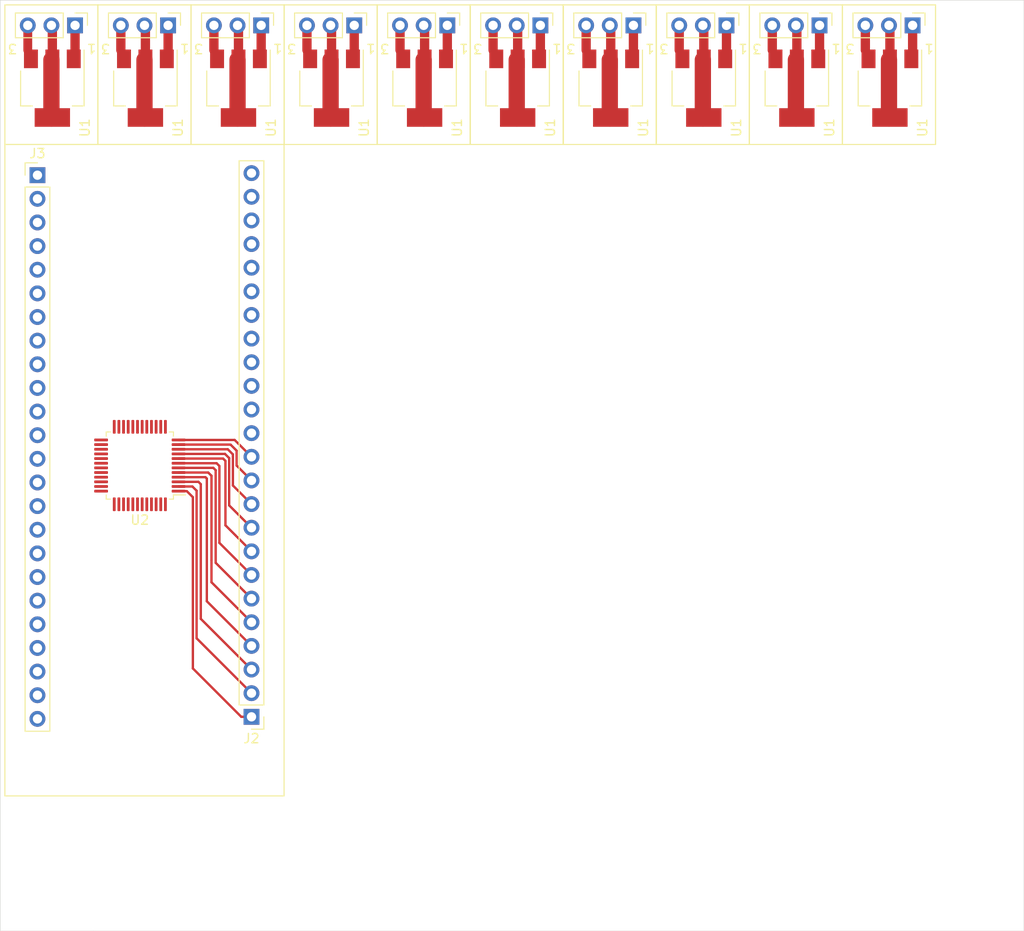
<source format=kicad_pcb>
(kicad_pcb (version 20171130) (host pcbnew "(5.1.2)-1")

  (general
    (thickness 1.6)
    (drawings 80)
    (tracks 149)
    (zones 0)
    (modules 23)
    (nets 52)
  )

  (page A4)
  (layers
    (0 F.Cu signal)
    (31 B.Cu signal)
    (32 B.Adhes user)
    (33 F.Adhes user)
    (34 B.Paste user)
    (35 F.Paste user)
    (36 B.SilkS user)
    (37 F.SilkS user)
    (38 B.Mask user)
    (39 F.Mask user)
    (40 Dwgs.User user)
    (41 Cmts.User user)
    (42 Eco1.User user)
    (43 Eco2.User user)
    (44 Edge.Cuts user)
    (45 Margin user)
    (46 B.CrtYd user)
    (47 F.CrtYd user)
    (48 B.Fab user)
    (49 F.Fab user hide)
  )

  (setup
    (last_trace_width 0.25)
    (trace_clearance 0.15)
    (zone_clearance 0.508)
    (zone_45_only no)
    (trace_min 0.2)
    (via_size 0.8)
    (via_drill 0.4)
    (via_min_size 0.4)
    (via_min_drill 0.3)
    (uvia_size 0.3)
    (uvia_drill 0.1)
    (uvias_allowed no)
    (uvia_min_size 0.2)
    (uvia_min_drill 0.1)
    (edge_width 0.05)
    (segment_width 0.2)
    (pcb_text_width 0.3)
    (pcb_text_size 1.5 1.5)
    (mod_edge_width 0.12)
    (mod_text_size 1 1)
    (mod_text_width 0.15)
    (pad_size 1.524 1.524)
    (pad_drill 0.762)
    (pad_to_mask_clearance 0.051)
    (solder_mask_min_width 0.25)
    (aux_axis_origin 0 0)
    (visible_elements 7FFFFFFF)
    (pcbplotparams
      (layerselection 0x010fc_ffffffff)
      (usegerberextensions false)
      (usegerberattributes false)
      (usegerberadvancedattributes false)
      (creategerberjobfile false)
      (excludeedgelayer true)
      (linewidth 0.100000)
      (plotframeref false)
      (viasonmask false)
      (mode 1)
      (useauxorigin false)
      (hpglpennumber 1)
      (hpglpenspeed 20)
      (hpglpendiameter 15.000000)
      (psnegative false)
      (psa4output false)
      (plotreference true)
      (plotvalue true)
      (plotinvisibletext false)
      (padsonsilk false)
      (subtractmaskfromsilk false)
      (outputformat 1)
      (mirror false)
      (drillshape 1)
      (scaleselection 1)
      (outputdirectory ""))
  )

  (net 0 "")
  (net 1 "Net-(J1-Pad3)")
  (net 2 "Net-(J1-Pad2)")
  (net 3 "Net-(J1-Pad1)")
  (net 4 24)
  (net 5 23)
  (net 6 "Net-(J2-Pad22)")
  (net 7 "Net-(J2-Pad21)")
  (net 8 "Net-(J2-Pad20)")
  (net 9 "Net-(J2-Pad19)")
  (net 10 "Net-(J2-Pad18)")
  (net 11 17)
  (net 12 16)
  (net 13 15)
  (net 14 14)
  (net 15 13)
  (net 16 12)
  (net 17 11)
  (net 18 10)
  (net 19 9)
  (net 20 8)
  (net 21 7)
  (net 22 "Net-(J2-Pad6)")
  (net 23 "Net-(J2-Pad5)")
  (net 24 4)
  (net 25 3)
  (net 26 2)
  (net 27 1)
  (net 28 48)
  (net 29 47)
  (net 30 46)
  (net 31 45)
  (net 32 44)
  (net 33 43)
  (net 34 42)
  (net 35 41)
  (net 36 40)
  (net 37 39)
  (net 38 38)
  (net 39 37)
  (net 40 36)
  (net 41 35)
  (net 42 34)
  (net 43 33)
  (net 44 32)
  (net 45 31)
  (net 46 30)
  (net 47 29)
  (net 48 28)
  (net 49 27)
  (net 50 26)
  (net 51 25)

  (net_class Default "This is the default net class."
    (clearance 0.15)
    (trace_width 0.25)
    (via_dia 0.8)
    (via_drill 0.4)
    (uvia_dia 0.3)
    (uvia_drill 0.1)
    (add_net 1)
    (add_net 10)
    (add_net 11)
    (add_net 12)
    (add_net 13)
    (add_net 14)
    (add_net 15)
    (add_net 16)
    (add_net 17)
    (add_net 2)
    (add_net 23)
    (add_net 24)
    (add_net 25)
    (add_net 26)
    (add_net 27)
    (add_net 28)
    (add_net 29)
    (add_net 3)
    (add_net 30)
    (add_net 31)
    (add_net 32)
    (add_net 33)
    (add_net 34)
    (add_net 35)
    (add_net 36)
    (add_net 37)
    (add_net 38)
    (add_net 39)
    (add_net 4)
    (add_net 40)
    (add_net 41)
    (add_net 42)
    (add_net 43)
    (add_net 44)
    (add_net 45)
    (add_net 46)
    (add_net 47)
    (add_net 48)
    (add_net 7)
    (add_net 8)
    (add_net 9)
    (add_net "Net-(J1-Pad1)")
    (add_net "Net-(J1-Pad2)")
    (add_net "Net-(J1-Pad3)")
    (add_net "Net-(J2-Pad18)")
    (add_net "Net-(J2-Pad19)")
    (add_net "Net-(J2-Pad20)")
    (add_net "Net-(J2-Pad21)")
    (add_net "Net-(J2-Pad22)")
    (add_net "Net-(J2-Pad5)")
    (add_net "Net-(J2-Pad6)")
  )

  (module Connector_PinHeader_2.54mm:PinHeader_1x24_P2.54mm_Vertical (layer F.Cu) (tedit 59FED5CC) (tstamp 5D0342C1)
    (at -156 18.8)
    (descr "Through hole straight pin header, 1x24, 2.54mm pitch, single row")
    (tags "Through hole pin header THT 1x24 2.54mm single row")
    (path /5D05A9C9)
    (fp_text reference J3 (at 0 -2.33) (layer F.SilkS)
      (effects (font (size 1 1) (thickness 0.15)))
    )
    (fp_text value Conn_01x24_Female (at 0 60.75) (layer F.Fab)
      (effects (font (size 1 1) (thickness 0.15)))
    )
    (fp_text user %R (at 0 29.21 90) (layer F.Fab)
      (effects (font (size 1 1) (thickness 0.15)))
    )
    (fp_line (start 1.8 -1.8) (end -1.8 -1.8) (layer F.CrtYd) (width 0.05))
    (fp_line (start 1.8 60.2) (end 1.8 -1.8) (layer F.CrtYd) (width 0.05))
    (fp_line (start -1.8 60.2) (end 1.8 60.2) (layer F.CrtYd) (width 0.05))
    (fp_line (start -1.8 -1.8) (end -1.8 60.2) (layer F.CrtYd) (width 0.05))
    (fp_line (start -1.33 -1.33) (end 0 -1.33) (layer F.SilkS) (width 0.12))
    (fp_line (start -1.33 0) (end -1.33 -1.33) (layer F.SilkS) (width 0.12))
    (fp_line (start -1.33 1.27) (end 1.33 1.27) (layer F.SilkS) (width 0.12))
    (fp_line (start 1.33 1.27) (end 1.33 59.75) (layer F.SilkS) (width 0.12))
    (fp_line (start -1.33 1.27) (end -1.33 59.75) (layer F.SilkS) (width 0.12))
    (fp_line (start -1.33 59.75) (end 1.33 59.75) (layer F.SilkS) (width 0.12))
    (fp_line (start -1.27 -0.635) (end -0.635 -1.27) (layer F.Fab) (width 0.1))
    (fp_line (start -1.27 59.69) (end -1.27 -0.635) (layer F.Fab) (width 0.1))
    (fp_line (start 1.27 59.69) (end -1.27 59.69) (layer F.Fab) (width 0.1))
    (fp_line (start 1.27 -1.27) (end 1.27 59.69) (layer F.Fab) (width 0.1))
    (fp_line (start -0.635 -1.27) (end 1.27 -1.27) (layer F.Fab) (width 0.1))
    (pad 24 thru_hole oval (at 0 58.42) (size 1.7 1.7) (drill 1) (layers *.Cu *.Mask)
      (net 28 48))
    (pad 23 thru_hole oval (at 0 55.88) (size 1.7 1.7) (drill 1) (layers *.Cu *.Mask)
      (net 29 47))
    (pad 22 thru_hole oval (at 0 53.34) (size 1.7 1.7) (drill 1) (layers *.Cu *.Mask)
      (net 30 46))
    (pad 21 thru_hole oval (at 0 50.8) (size 1.7 1.7) (drill 1) (layers *.Cu *.Mask)
      (net 31 45))
    (pad 20 thru_hole oval (at 0 48.26) (size 1.7 1.7) (drill 1) (layers *.Cu *.Mask)
      (net 32 44))
    (pad 19 thru_hole oval (at 0 45.72) (size 1.7 1.7) (drill 1) (layers *.Cu *.Mask)
      (net 33 43))
    (pad 18 thru_hole oval (at 0 43.18) (size 1.7 1.7) (drill 1) (layers *.Cu *.Mask)
      (net 34 42))
    (pad 17 thru_hole oval (at 0 40.64) (size 1.7 1.7) (drill 1) (layers *.Cu *.Mask)
      (net 35 41))
    (pad 16 thru_hole oval (at 0 38.1) (size 1.7 1.7) (drill 1) (layers *.Cu *.Mask)
      (net 36 40))
    (pad 15 thru_hole oval (at 0 35.56) (size 1.7 1.7) (drill 1) (layers *.Cu *.Mask)
      (net 37 39))
    (pad 14 thru_hole oval (at 0 33.02) (size 1.7 1.7) (drill 1) (layers *.Cu *.Mask)
      (net 38 38))
    (pad 13 thru_hole oval (at 0 30.48) (size 1.7 1.7) (drill 1) (layers *.Cu *.Mask)
      (net 39 37))
    (pad 12 thru_hole oval (at 0 27.94) (size 1.7 1.7) (drill 1) (layers *.Cu *.Mask)
      (net 40 36))
    (pad 11 thru_hole oval (at 0 25.4) (size 1.7 1.7) (drill 1) (layers *.Cu *.Mask)
      (net 41 35))
    (pad 10 thru_hole oval (at 0 22.86) (size 1.7 1.7) (drill 1) (layers *.Cu *.Mask)
      (net 42 34))
    (pad 9 thru_hole oval (at 0 20.32) (size 1.7 1.7) (drill 1) (layers *.Cu *.Mask)
      (net 43 33))
    (pad 8 thru_hole oval (at 0 17.78) (size 1.7 1.7) (drill 1) (layers *.Cu *.Mask)
      (net 44 32))
    (pad 7 thru_hole oval (at 0 15.24) (size 1.7 1.7) (drill 1) (layers *.Cu *.Mask)
      (net 45 31))
    (pad 6 thru_hole oval (at 0 12.7) (size 1.7 1.7) (drill 1) (layers *.Cu *.Mask)
      (net 46 30))
    (pad 5 thru_hole oval (at 0 10.16) (size 1.7 1.7) (drill 1) (layers *.Cu *.Mask)
      (net 47 29))
    (pad 4 thru_hole oval (at 0 7.62) (size 1.7 1.7) (drill 1) (layers *.Cu *.Mask)
      (net 48 28))
    (pad 3 thru_hole oval (at 0 5.08) (size 1.7 1.7) (drill 1) (layers *.Cu *.Mask)
      (net 49 27))
    (pad 2 thru_hole oval (at 0 2.54) (size 1.7 1.7) (drill 1) (layers *.Cu *.Mask)
      (net 50 26))
    (pad 1 thru_hole rect (at 0 0) (size 1.7 1.7) (drill 1) (layers *.Cu *.Mask)
      (net 51 25))
    (model ${KISYS3DMOD}/Connector_PinHeader_2.54mm.3dshapes/PinHeader_1x24_P2.54mm_Vertical.wrl
      (at (xyz 0 0 0))
      (scale (xyz 1 1 1))
      (rotate (xyz 0 0 0))
    )
  )

  (module Package_QFP:LQFP-48_7x7mm_P0.5mm (layer F.Cu) (tedit 5C18330E) (tstamp 5D032249)
    (at -145 50 180)
    (descr "LQFP, 48 Pin (https://www.analog.com/media/en/technical-documentation/data-sheets/ltc2358-16.pdf), generated with kicad-footprint-generator ipc_gullwing_generator.py")
    (tags "LQFP QFP")
    (path /5D02FAC9)
    (attr smd)
    (fp_text reference U2 (at 0 -5.85) (layer F.SilkS)
      (effects (font (size 1 1) (thickness 0.15)))
    )
    (fp_text value STM32F103C8Tx (at 0 5.85) (layer F.Fab)
      (effects (font (size 1 1) (thickness 0.15)))
    )
    (fp_text user %R (at 0 0) (layer F.Fab)
      (effects (font (size 1 1) (thickness 0.15)))
    )
    (fp_line (start 5.15 3.15) (end 5.15 0) (layer F.CrtYd) (width 0.05))
    (fp_line (start 3.75 3.15) (end 5.15 3.15) (layer F.CrtYd) (width 0.05))
    (fp_line (start 3.75 3.75) (end 3.75 3.15) (layer F.CrtYd) (width 0.05))
    (fp_line (start 3.15 3.75) (end 3.75 3.75) (layer F.CrtYd) (width 0.05))
    (fp_line (start 3.15 5.15) (end 3.15 3.75) (layer F.CrtYd) (width 0.05))
    (fp_line (start 0 5.15) (end 3.15 5.15) (layer F.CrtYd) (width 0.05))
    (fp_line (start -5.15 3.15) (end -5.15 0) (layer F.CrtYd) (width 0.05))
    (fp_line (start -3.75 3.15) (end -5.15 3.15) (layer F.CrtYd) (width 0.05))
    (fp_line (start -3.75 3.75) (end -3.75 3.15) (layer F.CrtYd) (width 0.05))
    (fp_line (start -3.15 3.75) (end -3.75 3.75) (layer F.CrtYd) (width 0.05))
    (fp_line (start -3.15 5.15) (end -3.15 3.75) (layer F.CrtYd) (width 0.05))
    (fp_line (start 0 5.15) (end -3.15 5.15) (layer F.CrtYd) (width 0.05))
    (fp_line (start 5.15 -3.15) (end 5.15 0) (layer F.CrtYd) (width 0.05))
    (fp_line (start 3.75 -3.15) (end 5.15 -3.15) (layer F.CrtYd) (width 0.05))
    (fp_line (start 3.75 -3.75) (end 3.75 -3.15) (layer F.CrtYd) (width 0.05))
    (fp_line (start 3.15 -3.75) (end 3.75 -3.75) (layer F.CrtYd) (width 0.05))
    (fp_line (start 3.15 -5.15) (end 3.15 -3.75) (layer F.CrtYd) (width 0.05))
    (fp_line (start 0 -5.15) (end 3.15 -5.15) (layer F.CrtYd) (width 0.05))
    (fp_line (start -5.15 -3.15) (end -5.15 0) (layer F.CrtYd) (width 0.05))
    (fp_line (start -3.75 -3.15) (end -5.15 -3.15) (layer F.CrtYd) (width 0.05))
    (fp_line (start -3.75 -3.75) (end -3.75 -3.15) (layer F.CrtYd) (width 0.05))
    (fp_line (start -3.15 -3.75) (end -3.75 -3.75) (layer F.CrtYd) (width 0.05))
    (fp_line (start -3.15 -5.15) (end -3.15 -3.75) (layer F.CrtYd) (width 0.05))
    (fp_line (start 0 -5.15) (end -3.15 -5.15) (layer F.CrtYd) (width 0.05))
    (fp_line (start -3.5 -2.5) (end -2.5 -3.5) (layer F.Fab) (width 0.1))
    (fp_line (start -3.5 3.5) (end -3.5 -2.5) (layer F.Fab) (width 0.1))
    (fp_line (start 3.5 3.5) (end -3.5 3.5) (layer F.Fab) (width 0.1))
    (fp_line (start 3.5 -3.5) (end 3.5 3.5) (layer F.Fab) (width 0.1))
    (fp_line (start -2.5 -3.5) (end 3.5 -3.5) (layer F.Fab) (width 0.1))
    (fp_line (start -3.61 -3.16) (end -4.9 -3.16) (layer F.SilkS) (width 0.12))
    (fp_line (start -3.61 -3.61) (end -3.61 -3.16) (layer F.SilkS) (width 0.12))
    (fp_line (start -3.16 -3.61) (end -3.61 -3.61) (layer F.SilkS) (width 0.12))
    (fp_line (start 3.61 -3.61) (end 3.61 -3.16) (layer F.SilkS) (width 0.12))
    (fp_line (start 3.16 -3.61) (end 3.61 -3.61) (layer F.SilkS) (width 0.12))
    (fp_line (start -3.61 3.61) (end -3.61 3.16) (layer F.SilkS) (width 0.12))
    (fp_line (start -3.16 3.61) (end -3.61 3.61) (layer F.SilkS) (width 0.12))
    (fp_line (start 3.61 3.61) (end 3.61 3.16) (layer F.SilkS) (width 0.12))
    (fp_line (start 3.16 3.61) (end 3.61 3.61) (layer F.SilkS) (width 0.12))
    (pad 48 smd roundrect (at -2.75 -4.1625 180) (size 0.3 1.475) (layers F.Cu F.Paste F.Mask) (roundrect_rratio 0.25)
      (net 28 48))
    (pad 47 smd roundrect (at -2.25 -4.1625 180) (size 0.3 1.475) (layers F.Cu F.Paste F.Mask) (roundrect_rratio 0.25)
      (net 29 47))
    (pad 46 smd roundrect (at -1.75 -4.1625 180) (size 0.3 1.475) (layers F.Cu F.Paste F.Mask) (roundrect_rratio 0.25)
      (net 30 46))
    (pad 45 smd roundrect (at -1.25 -4.1625 180) (size 0.3 1.475) (layers F.Cu F.Paste F.Mask) (roundrect_rratio 0.25)
      (net 31 45))
    (pad 44 smd roundrect (at -0.75 -4.1625 180) (size 0.3 1.475) (layers F.Cu F.Paste F.Mask) (roundrect_rratio 0.25)
      (net 32 44))
    (pad 43 smd roundrect (at -0.25 -4.1625 180) (size 0.3 1.475) (layers F.Cu F.Paste F.Mask) (roundrect_rratio 0.25)
      (net 33 43))
    (pad 42 smd roundrect (at 0.25 -4.1625 180) (size 0.3 1.475) (layers F.Cu F.Paste F.Mask) (roundrect_rratio 0.25)
      (net 34 42))
    (pad 41 smd roundrect (at 0.75 -4.1625 180) (size 0.3 1.475) (layers F.Cu F.Paste F.Mask) (roundrect_rratio 0.25)
      (net 35 41))
    (pad 40 smd roundrect (at 1.25 -4.1625 180) (size 0.3 1.475) (layers F.Cu F.Paste F.Mask) (roundrect_rratio 0.25)
      (net 36 40))
    (pad 39 smd roundrect (at 1.75 -4.1625 180) (size 0.3 1.475) (layers F.Cu F.Paste F.Mask) (roundrect_rratio 0.25)
      (net 37 39))
    (pad 38 smd roundrect (at 2.25 -4.1625 180) (size 0.3 1.475) (layers F.Cu F.Paste F.Mask) (roundrect_rratio 0.25)
      (net 38 38))
    (pad 37 smd roundrect (at 2.75 -4.1625 180) (size 0.3 1.475) (layers F.Cu F.Paste F.Mask) (roundrect_rratio 0.25)
      (net 39 37))
    (pad 36 smd roundrect (at 4.1625 -2.75 180) (size 1.475 0.3) (layers F.Cu F.Paste F.Mask) (roundrect_rratio 0.25)
      (net 40 36))
    (pad 35 smd roundrect (at 4.1625 -2.25 180) (size 1.475 0.3) (layers F.Cu F.Paste F.Mask) (roundrect_rratio 0.25)
      (net 41 35))
    (pad 34 smd roundrect (at 4.1625 -1.75 180) (size 1.475 0.3) (layers F.Cu F.Paste F.Mask) (roundrect_rratio 0.25)
      (net 42 34))
    (pad 33 smd roundrect (at 4.1625 -1.25 180) (size 1.475 0.3) (layers F.Cu F.Paste F.Mask) (roundrect_rratio 0.25)
      (net 43 33))
    (pad 32 smd roundrect (at 4.1625 -0.75 180) (size 1.475 0.3) (layers F.Cu F.Paste F.Mask) (roundrect_rratio 0.25)
      (net 44 32))
    (pad 31 smd roundrect (at 4.1625 -0.25 180) (size 1.475 0.3) (layers F.Cu F.Paste F.Mask) (roundrect_rratio 0.25)
      (net 45 31))
    (pad 30 smd roundrect (at 4.1625 0.25 180) (size 1.475 0.3) (layers F.Cu F.Paste F.Mask) (roundrect_rratio 0.25)
      (net 46 30))
    (pad 29 smd roundrect (at 4.1625 0.75 180) (size 1.475 0.3) (layers F.Cu F.Paste F.Mask) (roundrect_rratio 0.25)
      (net 47 29))
    (pad 28 smd roundrect (at 4.1625 1.25 180) (size 1.475 0.3) (layers F.Cu F.Paste F.Mask) (roundrect_rratio 0.25)
      (net 48 28))
    (pad 27 smd roundrect (at 4.1625 1.75 180) (size 1.475 0.3) (layers F.Cu F.Paste F.Mask) (roundrect_rratio 0.25)
      (net 49 27))
    (pad 26 smd roundrect (at 4.1625 2.25 180) (size 1.475 0.3) (layers F.Cu F.Paste F.Mask) (roundrect_rratio 0.25)
      (net 50 26))
    (pad 25 smd roundrect (at 4.1625 2.75 180) (size 1.475 0.3) (layers F.Cu F.Paste F.Mask) (roundrect_rratio 0.25)
      (net 51 25))
    (pad 24 smd roundrect (at 2.75 4.1625 180) (size 0.3 1.475) (layers F.Cu F.Paste F.Mask) (roundrect_rratio 0.25)
      (net 4 24))
    (pad 23 smd roundrect (at 2.25 4.1625 180) (size 0.3 1.475) (layers F.Cu F.Paste F.Mask) (roundrect_rratio 0.25)
      (net 5 23))
    (pad 22 smd roundrect (at 1.75 4.1625 180) (size 0.3 1.475) (layers F.Cu F.Paste F.Mask) (roundrect_rratio 0.25)
      (net 6 "Net-(J2-Pad22)"))
    (pad 21 smd roundrect (at 1.25 4.1625 180) (size 0.3 1.475) (layers F.Cu F.Paste F.Mask) (roundrect_rratio 0.25)
      (net 7 "Net-(J2-Pad21)"))
    (pad 20 smd roundrect (at 0.75 4.1625 180) (size 0.3 1.475) (layers F.Cu F.Paste F.Mask) (roundrect_rratio 0.25)
      (net 8 "Net-(J2-Pad20)"))
    (pad 19 smd roundrect (at 0.25 4.1625 180) (size 0.3 1.475) (layers F.Cu F.Paste F.Mask) (roundrect_rratio 0.25)
      (net 9 "Net-(J2-Pad19)"))
    (pad 18 smd roundrect (at -0.25 4.1625 180) (size 0.3 1.475) (layers F.Cu F.Paste F.Mask) (roundrect_rratio 0.25)
      (net 10 "Net-(J2-Pad18)"))
    (pad 17 smd roundrect (at -0.75 4.1625 180) (size 0.3 1.475) (layers F.Cu F.Paste F.Mask) (roundrect_rratio 0.25)
      (net 11 17))
    (pad 16 smd roundrect (at -1.25 4.1625 180) (size 0.3 1.475) (layers F.Cu F.Paste F.Mask) (roundrect_rratio 0.25)
      (net 12 16))
    (pad 15 smd roundrect (at -1.75 4.1625 180) (size 0.3 1.475) (layers F.Cu F.Paste F.Mask) (roundrect_rratio 0.25)
      (net 13 15))
    (pad 14 smd roundrect (at -2.25 4.1625 180) (size 0.3 1.475) (layers F.Cu F.Paste F.Mask) (roundrect_rratio 0.25)
      (net 14 14))
    (pad 13 smd roundrect (at -2.75 4.1625 180) (size 0.3 1.475) (layers F.Cu F.Paste F.Mask) (roundrect_rratio 0.25)
      (net 15 13))
    (pad 12 smd roundrect (at -4.1625 2.75 180) (size 1.475 0.3) (layers F.Cu F.Paste F.Mask) (roundrect_rratio 0.25)
      (net 16 12))
    (pad 11 smd roundrect (at -4.1625 2.25 180) (size 1.475 0.3) (layers F.Cu F.Paste F.Mask) (roundrect_rratio 0.25)
      (net 17 11))
    (pad 10 smd roundrect (at -4.1625 1.75 180) (size 1.475 0.3) (layers F.Cu F.Paste F.Mask) (roundrect_rratio 0.25)
      (net 18 10))
    (pad 9 smd roundrect (at -4.1625 1.25 180) (size 1.475 0.3) (layers F.Cu F.Paste F.Mask) (roundrect_rratio 0.25)
      (net 19 9))
    (pad 8 smd roundrect (at -4.1625 0.75 180) (size 1.475 0.3) (layers F.Cu F.Paste F.Mask) (roundrect_rratio 0.25)
      (net 20 8))
    (pad 7 smd roundrect (at -4.1625 0.25 180) (size 1.475 0.3) (layers F.Cu F.Paste F.Mask) (roundrect_rratio 0.25)
      (net 21 7))
    (pad 6 smd roundrect (at -4.1625 -0.25 180) (size 1.475 0.3) (layers F.Cu F.Paste F.Mask) (roundrect_rratio 0.25)
      (net 22 "Net-(J2-Pad6)"))
    (pad 5 smd roundrect (at -4.1625 -0.75 180) (size 1.475 0.3) (layers F.Cu F.Paste F.Mask) (roundrect_rratio 0.25)
      (net 23 "Net-(J2-Pad5)"))
    (pad 4 smd roundrect (at -4.1625 -1.25 180) (size 1.475 0.3) (layers F.Cu F.Paste F.Mask) (roundrect_rratio 0.25)
      (net 24 4))
    (pad 3 smd roundrect (at -4.1625 -1.75 180) (size 1.475 0.3) (layers F.Cu F.Paste F.Mask) (roundrect_rratio 0.25)
      (net 25 3))
    (pad 2 smd roundrect (at -4.1625 -2.25 180) (size 1.475 0.3) (layers F.Cu F.Paste F.Mask) (roundrect_rratio 0.25)
      (net 26 2))
    (pad 1 smd roundrect (at -4.1625 -2.75 180) (size 1.475 0.3) (layers F.Cu F.Paste F.Mask) (roundrect_rratio 0.25)
      (net 27 1))
    (model ${KISYS3DMOD}/Package_QFP.3dshapes/LQFP-48_7x7mm_P0.5mm.wrl
      (at (xyz 0 0 0))
      (scale (xyz 1 1 1))
      (rotate (xyz 0 0 0))
    )
  )

  (module Connector_PinHeader_2.54mm:PinHeader_1x24_P2.54mm_Vertical (layer F.Cu) (tedit 59FED5CC) (tstamp 5D03201D)
    (at -133 77 180)
    (descr "Through hole straight pin header, 1x24, 2.54mm pitch, single row")
    (tags "Through hole pin header THT 1x24 2.54mm single row")
    (path /5D05F386)
    (fp_text reference J2 (at 0 -2.33) (layer F.SilkS)
      (effects (font (size 1 1) (thickness 0.15)))
    )
    (fp_text value Conn_01x24_Female (at 0 60.75) (layer F.Fab)
      (effects (font (size 1 1) (thickness 0.15)))
    )
    (fp_text user %R (at 0 29.21 90) (layer F.Fab)
      (effects (font (size 1 1) (thickness 0.15)))
    )
    (fp_line (start 1.8 -1.8) (end -1.8 -1.8) (layer F.CrtYd) (width 0.05))
    (fp_line (start 1.8 60.2) (end 1.8 -1.8) (layer F.CrtYd) (width 0.05))
    (fp_line (start -1.8 60.2) (end 1.8 60.2) (layer F.CrtYd) (width 0.05))
    (fp_line (start -1.8 -1.8) (end -1.8 60.2) (layer F.CrtYd) (width 0.05))
    (fp_line (start -1.33 -1.33) (end 0 -1.33) (layer F.SilkS) (width 0.12))
    (fp_line (start -1.33 0) (end -1.33 -1.33) (layer F.SilkS) (width 0.12))
    (fp_line (start -1.33 1.27) (end 1.33 1.27) (layer F.SilkS) (width 0.12))
    (fp_line (start 1.33 1.27) (end 1.33 59.75) (layer F.SilkS) (width 0.12))
    (fp_line (start -1.33 1.27) (end -1.33 59.75) (layer F.SilkS) (width 0.12))
    (fp_line (start -1.33 59.75) (end 1.33 59.75) (layer F.SilkS) (width 0.12))
    (fp_line (start -1.27 -0.635) (end -0.635 -1.27) (layer F.Fab) (width 0.1))
    (fp_line (start -1.27 59.69) (end -1.27 -0.635) (layer F.Fab) (width 0.1))
    (fp_line (start 1.27 59.69) (end -1.27 59.69) (layer F.Fab) (width 0.1))
    (fp_line (start 1.27 -1.27) (end 1.27 59.69) (layer F.Fab) (width 0.1))
    (fp_line (start -0.635 -1.27) (end 1.27 -1.27) (layer F.Fab) (width 0.1))
    (pad 24 thru_hole oval (at 0 58.42 180) (size 1.7 1.7) (drill 1) (layers *.Cu *.Mask)
      (net 4 24))
    (pad 23 thru_hole oval (at 0 55.88 180) (size 1.7 1.7) (drill 1) (layers *.Cu *.Mask)
      (net 5 23))
    (pad 22 thru_hole oval (at 0 53.34 180) (size 1.7 1.7) (drill 1) (layers *.Cu *.Mask)
      (net 6 "Net-(J2-Pad22)"))
    (pad 21 thru_hole oval (at 0 50.8 180) (size 1.7 1.7) (drill 1) (layers *.Cu *.Mask)
      (net 7 "Net-(J2-Pad21)"))
    (pad 20 thru_hole oval (at 0 48.26 180) (size 1.7 1.7) (drill 1) (layers *.Cu *.Mask)
      (net 8 "Net-(J2-Pad20)"))
    (pad 19 thru_hole oval (at 0 45.72 180) (size 1.7 1.7) (drill 1) (layers *.Cu *.Mask)
      (net 9 "Net-(J2-Pad19)"))
    (pad 18 thru_hole oval (at 0 43.18 180) (size 1.7 1.7) (drill 1) (layers *.Cu *.Mask)
      (net 10 "Net-(J2-Pad18)"))
    (pad 17 thru_hole oval (at 0 40.64 180) (size 1.7 1.7) (drill 1) (layers *.Cu *.Mask)
      (net 11 17))
    (pad 16 thru_hole oval (at 0 38.1 180) (size 1.7 1.7) (drill 1) (layers *.Cu *.Mask)
      (net 12 16))
    (pad 15 thru_hole oval (at 0 35.56 180) (size 1.7 1.7) (drill 1) (layers *.Cu *.Mask)
      (net 13 15))
    (pad 14 thru_hole oval (at 0 33.02 180) (size 1.7 1.7) (drill 1) (layers *.Cu *.Mask)
      (net 14 14))
    (pad 13 thru_hole oval (at 0 30.48 180) (size 1.7 1.7) (drill 1) (layers *.Cu *.Mask)
      (net 15 13))
    (pad 12 thru_hole oval (at 0 27.94 180) (size 1.7 1.7) (drill 1) (layers *.Cu *.Mask)
      (net 16 12))
    (pad 11 thru_hole oval (at 0 25.4 180) (size 1.7 1.7) (drill 1) (layers *.Cu *.Mask)
      (net 17 11))
    (pad 10 thru_hole oval (at 0 22.86 180) (size 1.7 1.7) (drill 1) (layers *.Cu *.Mask)
      (net 18 10))
    (pad 9 thru_hole oval (at 0 20.32 180) (size 1.7 1.7) (drill 1) (layers *.Cu *.Mask)
      (net 19 9))
    (pad 8 thru_hole oval (at 0 17.78 180) (size 1.7 1.7) (drill 1) (layers *.Cu *.Mask)
      (net 20 8))
    (pad 7 thru_hole oval (at 0 15.24 180) (size 1.7 1.7) (drill 1) (layers *.Cu *.Mask)
      (net 21 7))
    (pad 6 thru_hole oval (at 0 12.7 180) (size 1.7 1.7) (drill 1) (layers *.Cu *.Mask)
      (net 22 "Net-(J2-Pad6)"))
    (pad 5 thru_hole oval (at 0 10.16 180) (size 1.7 1.7) (drill 1) (layers *.Cu *.Mask)
      (net 23 "Net-(J2-Pad5)"))
    (pad 4 thru_hole oval (at 0 7.62 180) (size 1.7 1.7) (drill 1) (layers *.Cu *.Mask)
      (net 24 4))
    (pad 3 thru_hole oval (at 0 5.08 180) (size 1.7 1.7) (drill 1) (layers *.Cu *.Mask)
      (net 25 3))
    (pad 2 thru_hole oval (at 0 2.54 180) (size 1.7 1.7) (drill 1) (layers *.Cu *.Mask)
      (net 26 2))
    (pad 1 thru_hole rect (at 0 0 180) (size 1.7 1.7) (drill 1) (layers *.Cu *.Mask)
      (net 27 1))
    (model ${KISYS3DMOD}/Connector_PinHeader_2.54mm.3dshapes/PinHeader_1x24_P2.54mm_Vertical.wrl
      (at (xyz 0 0 0))
      (scale (xyz 1 1 1))
      (rotate (xyz 0 0 0))
    )
  )

  (module Connector_PinHeader_2.54mm:PinHeader_1x03_P2.54mm_Vertical (layer F.Cu) (tedit 59FED5CC) (tstamp 5D0309E4)
    (at -61.96 2.7 270)
    (descr "Through hole straight pin header, 1x03, 2.54mm pitch, single row")
    (tags "Through hole pin header THT 1x03 2.54mm single row")
    (path /5D0251EF)
    (fp_text reference J1 (at 1 -1.66 90) (layer F.SilkS) hide
      (effects (font (size 1 1) (thickness 0.15)))
    )
    (fp_text value Conn_01x03_Female (at -7 8 90) (layer F.Fab)
      (effects (font (size 1 1) (thickness 0.15)))
    )
    (fp_line (start -0.635 -1.27) (end 1.27 -1.27) (layer F.Fab) (width 0.1))
    (fp_line (start 1.27 -1.27) (end 1.27 6.35) (layer F.Fab) (width 0.1))
    (fp_line (start 1.27 6.35) (end -1.27 6.35) (layer F.Fab) (width 0.1))
    (fp_line (start -1.27 6.35) (end -1.27 -0.635) (layer F.Fab) (width 0.1))
    (fp_line (start -1.27 -0.635) (end -0.635 -1.27) (layer F.Fab) (width 0.1))
    (fp_line (start -1.33 6.41) (end 1.33 6.41) (layer F.SilkS) (width 0.12))
    (fp_line (start -1.33 1.27) (end -1.33 6.41) (layer F.SilkS) (width 0.12))
    (fp_line (start 1.33 1.27) (end 1.33 6.41) (layer F.SilkS) (width 0.12))
    (fp_line (start -1.33 1.27) (end 1.33 1.27) (layer F.SilkS) (width 0.12))
    (fp_line (start -1.33 0) (end -1.33 -1.33) (layer F.SilkS) (width 0.12))
    (fp_line (start -1.33 -1.33) (end 0 -1.33) (layer F.SilkS) (width 0.12))
    (fp_line (start -1.8 -1.8) (end -1.8 6.85) (layer F.CrtYd) (width 0.05))
    (fp_line (start -1.8 6.85) (end 1.8 6.85) (layer F.CrtYd) (width 0.05))
    (fp_line (start 1.8 6.85) (end 1.8 -1.8) (layer F.CrtYd) (width 0.05))
    (fp_line (start 1.8 -1.8) (end -1.8 -1.8) (layer F.CrtYd) (width 0.05))
    (fp_text user %R (at 0 2.54) (layer F.Fab)
      (effects (font (size 1 1) (thickness 0.15)))
    )
    (pad 1 thru_hole rect (at 0 0 270) (size 1.7 1.7) (drill 1) (layers *.Cu *.Mask)
      (net 3 "Net-(J1-Pad1)"))
    (pad 2 thru_hole oval (at 0 2.54 270) (size 1.7 1.7) (drill 1) (layers *.Cu *.Mask)
      (net 2 "Net-(J1-Pad2)"))
    (pad 3 thru_hole oval (at 0 5.08 270) (size 1.7 1.7) (drill 1) (layers *.Cu *.Mask)
      (net 1 "Net-(J1-Pad3)"))
    (model ${KISYS3DMOD}/Connector_PinHeader_2.54mm.3dshapes/PinHeader_1x03_P2.54mm_Vertical.wrl
      (at (xyz 0 0 0))
      (scale (xyz 1 1 1))
      (rotate (xyz 0 0 0))
    )
  )

  (module Connector_PinHeader_2.54mm:PinHeader_1x03_P2.54mm_Vertical (layer F.Cu) (tedit 59FED5CC) (tstamp 5D0309B8)
    (at -71.96 2.7 270)
    (descr "Through hole straight pin header, 1x03, 2.54mm pitch, single row")
    (tags "Through hole pin header THT 1x03 2.54mm single row")
    (path /5D0251EF)
    (fp_text reference J1 (at 1 -1.66 90) (layer F.SilkS) hide
      (effects (font (size 1 1) (thickness 0.15)))
    )
    (fp_text value Conn_01x03_Female (at -7 8 90) (layer F.Fab)
      (effects (font (size 1 1) (thickness 0.15)))
    )
    (fp_line (start -0.635 -1.27) (end 1.27 -1.27) (layer F.Fab) (width 0.1))
    (fp_line (start 1.27 -1.27) (end 1.27 6.35) (layer F.Fab) (width 0.1))
    (fp_line (start 1.27 6.35) (end -1.27 6.35) (layer F.Fab) (width 0.1))
    (fp_line (start -1.27 6.35) (end -1.27 -0.635) (layer F.Fab) (width 0.1))
    (fp_line (start -1.27 -0.635) (end -0.635 -1.27) (layer F.Fab) (width 0.1))
    (fp_line (start -1.33 6.41) (end 1.33 6.41) (layer F.SilkS) (width 0.12))
    (fp_line (start -1.33 1.27) (end -1.33 6.41) (layer F.SilkS) (width 0.12))
    (fp_line (start 1.33 1.27) (end 1.33 6.41) (layer F.SilkS) (width 0.12))
    (fp_line (start -1.33 1.27) (end 1.33 1.27) (layer F.SilkS) (width 0.12))
    (fp_line (start -1.33 0) (end -1.33 -1.33) (layer F.SilkS) (width 0.12))
    (fp_line (start -1.33 -1.33) (end 0 -1.33) (layer F.SilkS) (width 0.12))
    (fp_line (start -1.8 -1.8) (end -1.8 6.85) (layer F.CrtYd) (width 0.05))
    (fp_line (start -1.8 6.85) (end 1.8 6.85) (layer F.CrtYd) (width 0.05))
    (fp_line (start 1.8 6.85) (end 1.8 -1.8) (layer F.CrtYd) (width 0.05))
    (fp_line (start 1.8 -1.8) (end -1.8 -1.8) (layer F.CrtYd) (width 0.05))
    (fp_text user %R (at 0 2.54) (layer F.Fab)
      (effects (font (size 1 1) (thickness 0.15)))
    )
    (pad 1 thru_hole rect (at 0 0 270) (size 1.7 1.7) (drill 1) (layers *.Cu *.Mask)
      (net 3 "Net-(J1-Pad1)"))
    (pad 2 thru_hole oval (at 0 2.54 270) (size 1.7 1.7) (drill 1) (layers *.Cu *.Mask)
      (net 2 "Net-(J1-Pad2)"))
    (pad 3 thru_hole oval (at 0 5.08 270) (size 1.7 1.7) (drill 1) (layers *.Cu *.Mask)
      (net 1 "Net-(J1-Pad3)"))
    (model ${KISYS3DMOD}/Connector_PinHeader_2.54mm.3dshapes/PinHeader_1x03_P2.54mm_Vertical.wrl
      (at (xyz 0 0 0))
      (scale (xyz 1 1 1))
      (rotate (xyz 0 0 0))
    )
  )

  (module Connector_PinHeader_2.54mm:PinHeader_1x03_P2.54mm_Vertical (layer F.Cu) (tedit 59FED5CC) (tstamp 5D03098C)
    (at -81.96 2.7 270)
    (descr "Through hole straight pin header, 1x03, 2.54mm pitch, single row")
    (tags "Through hole pin header THT 1x03 2.54mm single row")
    (path /5D0251EF)
    (fp_text reference J1 (at 1 -1.66 90) (layer F.SilkS) hide
      (effects (font (size 1 1) (thickness 0.15)))
    )
    (fp_text value Conn_01x03_Female (at -7 8 90) (layer F.Fab)
      (effects (font (size 1 1) (thickness 0.15)))
    )
    (fp_line (start -0.635 -1.27) (end 1.27 -1.27) (layer F.Fab) (width 0.1))
    (fp_line (start 1.27 -1.27) (end 1.27 6.35) (layer F.Fab) (width 0.1))
    (fp_line (start 1.27 6.35) (end -1.27 6.35) (layer F.Fab) (width 0.1))
    (fp_line (start -1.27 6.35) (end -1.27 -0.635) (layer F.Fab) (width 0.1))
    (fp_line (start -1.27 -0.635) (end -0.635 -1.27) (layer F.Fab) (width 0.1))
    (fp_line (start -1.33 6.41) (end 1.33 6.41) (layer F.SilkS) (width 0.12))
    (fp_line (start -1.33 1.27) (end -1.33 6.41) (layer F.SilkS) (width 0.12))
    (fp_line (start 1.33 1.27) (end 1.33 6.41) (layer F.SilkS) (width 0.12))
    (fp_line (start -1.33 1.27) (end 1.33 1.27) (layer F.SilkS) (width 0.12))
    (fp_line (start -1.33 0) (end -1.33 -1.33) (layer F.SilkS) (width 0.12))
    (fp_line (start -1.33 -1.33) (end 0 -1.33) (layer F.SilkS) (width 0.12))
    (fp_line (start -1.8 -1.8) (end -1.8 6.85) (layer F.CrtYd) (width 0.05))
    (fp_line (start -1.8 6.85) (end 1.8 6.85) (layer F.CrtYd) (width 0.05))
    (fp_line (start 1.8 6.85) (end 1.8 -1.8) (layer F.CrtYd) (width 0.05))
    (fp_line (start 1.8 -1.8) (end -1.8 -1.8) (layer F.CrtYd) (width 0.05))
    (fp_text user %R (at 0 2.54) (layer F.Fab)
      (effects (font (size 1 1) (thickness 0.15)))
    )
    (pad 1 thru_hole rect (at 0 0 270) (size 1.7 1.7) (drill 1) (layers *.Cu *.Mask)
      (net 3 "Net-(J1-Pad1)"))
    (pad 2 thru_hole oval (at 0 2.54 270) (size 1.7 1.7) (drill 1) (layers *.Cu *.Mask)
      (net 2 "Net-(J1-Pad2)"))
    (pad 3 thru_hole oval (at 0 5.08 270) (size 1.7 1.7) (drill 1) (layers *.Cu *.Mask)
      (net 1 "Net-(J1-Pad3)"))
    (model ${KISYS3DMOD}/Connector_PinHeader_2.54mm.3dshapes/PinHeader_1x03_P2.54mm_Vertical.wrl
      (at (xyz 0 0 0))
      (scale (xyz 1 1 1))
      (rotate (xyz 0 0 0))
    )
  )

  (module Connector_PinHeader_2.54mm:PinHeader_1x03_P2.54mm_Vertical (layer F.Cu) (tedit 59FED5CC) (tstamp 5D030960)
    (at -91.96 2.7 270)
    (descr "Through hole straight pin header, 1x03, 2.54mm pitch, single row")
    (tags "Through hole pin header THT 1x03 2.54mm single row")
    (path /5D0251EF)
    (fp_text reference J1 (at 1 -1.66 90) (layer F.SilkS) hide
      (effects (font (size 1 1) (thickness 0.15)))
    )
    (fp_text value Conn_01x03_Female (at -7 8 90) (layer F.Fab)
      (effects (font (size 1 1) (thickness 0.15)))
    )
    (fp_line (start -0.635 -1.27) (end 1.27 -1.27) (layer F.Fab) (width 0.1))
    (fp_line (start 1.27 -1.27) (end 1.27 6.35) (layer F.Fab) (width 0.1))
    (fp_line (start 1.27 6.35) (end -1.27 6.35) (layer F.Fab) (width 0.1))
    (fp_line (start -1.27 6.35) (end -1.27 -0.635) (layer F.Fab) (width 0.1))
    (fp_line (start -1.27 -0.635) (end -0.635 -1.27) (layer F.Fab) (width 0.1))
    (fp_line (start -1.33 6.41) (end 1.33 6.41) (layer F.SilkS) (width 0.12))
    (fp_line (start -1.33 1.27) (end -1.33 6.41) (layer F.SilkS) (width 0.12))
    (fp_line (start 1.33 1.27) (end 1.33 6.41) (layer F.SilkS) (width 0.12))
    (fp_line (start -1.33 1.27) (end 1.33 1.27) (layer F.SilkS) (width 0.12))
    (fp_line (start -1.33 0) (end -1.33 -1.33) (layer F.SilkS) (width 0.12))
    (fp_line (start -1.33 -1.33) (end 0 -1.33) (layer F.SilkS) (width 0.12))
    (fp_line (start -1.8 -1.8) (end -1.8 6.85) (layer F.CrtYd) (width 0.05))
    (fp_line (start -1.8 6.85) (end 1.8 6.85) (layer F.CrtYd) (width 0.05))
    (fp_line (start 1.8 6.85) (end 1.8 -1.8) (layer F.CrtYd) (width 0.05))
    (fp_line (start 1.8 -1.8) (end -1.8 -1.8) (layer F.CrtYd) (width 0.05))
    (fp_text user %R (at 0 2.54) (layer F.Fab)
      (effects (font (size 1 1) (thickness 0.15)))
    )
    (pad 1 thru_hole rect (at 0 0 270) (size 1.7 1.7) (drill 1) (layers *.Cu *.Mask)
      (net 3 "Net-(J1-Pad1)"))
    (pad 2 thru_hole oval (at 0 2.54 270) (size 1.7 1.7) (drill 1) (layers *.Cu *.Mask)
      (net 2 "Net-(J1-Pad2)"))
    (pad 3 thru_hole oval (at 0 5.08 270) (size 1.7 1.7) (drill 1) (layers *.Cu *.Mask)
      (net 1 "Net-(J1-Pad3)"))
    (model ${KISYS3DMOD}/Connector_PinHeader_2.54mm.3dshapes/PinHeader_1x03_P2.54mm_Vertical.wrl
      (at (xyz 0 0 0))
      (scale (xyz 1 1 1))
      (rotate (xyz 0 0 0))
    )
  )

  (module Connector_PinHeader_2.54mm:PinHeader_1x03_P2.54mm_Vertical (layer F.Cu) (tedit 59FED5CC) (tstamp 5D030934)
    (at -101.96 2.7 270)
    (descr "Through hole straight pin header, 1x03, 2.54mm pitch, single row")
    (tags "Through hole pin header THT 1x03 2.54mm single row")
    (path /5D0251EF)
    (fp_text reference J1 (at 1 -1.66 90) (layer F.SilkS) hide
      (effects (font (size 1 1) (thickness 0.15)))
    )
    (fp_text value Conn_01x03_Female (at -7 8 90) (layer F.Fab)
      (effects (font (size 1 1) (thickness 0.15)))
    )
    (fp_line (start -0.635 -1.27) (end 1.27 -1.27) (layer F.Fab) (width 0.1))
    (fp_line (start 1.27 -1.27) (end 1.27 6.35) (layer F.Fab) (width 0.1))
    (fp_line (start 1.27 6.35) (end -1.27 6.35) (layer F.Fab) (width 0.1))
    (fp_line (start -1.27 6.35) (end -1.27 -0.635) (layer F.Fab) (width 0.1))
    (fp_line (start -1.27 -0.635) (end -0.635 -1.27) (layer F.Fab) (width 0.1))
    (fp_line (start -1.33 6.41) (end 1.33 6.41) (layer F.SilkS) (width 0.12))
    (fp_line (start -1.33 1.27) (end -1.33 6.41) (layer F.SilkS) (width 0.12))
    (fp_line (start 1.33 1.27) (end 1.33 6.41) (layer F.SilkS) (width 0.12))
    (fp_line (start -1.33 1.27) (end 1.33 1.27) (layer F.SilkS) (width 0.12))
    (fp_line (start -1.33 0) (end -1.33 -1.33) (layer F.SilkS) (width 0.12))
    (fp_line (start -1.33 -1.33) (end 0 -1.33) (layer F.SilkS) (width 0.12))
    (fp_line (start -1.8 -1.8) (end -1.8 6.85) (layer F.CrtYd) (width 0.05))
    (fp_line (start -1.8 6.85) (end 1.8 6.85) (layer F.CrtYd) (width 0.05))
    (fp_line (start 1.8 6.85) (end 1.8 -1.8) (layer F.CrtYd) (width 0.05))
    (fp_line (start 1.8 -1.8) (end -1.8 -1.8) (layer F.CrtYd) (width 0.05))
    (fp_text user %R (at 0 2.54) (layer F.Fab)
      (effects (font (size 1 1) (thickness 0.15)))
    )
    (pad 1 thru_hole rect (at 0 0 270) (size 1.7 1.7) (drill 1) (layers *.Cu *.Mask)
      (net 3 "Net-(J1-Pad1)"))
    (pad 2 thru_hole oval (at 0 2.54 270) (size 1.7 1.7) (drill 1) (layers *.Cu *.Mask)
      (net 2 "Net-(J1-Pad2)"))
    (pad 3 thru_hole oval (at 0 5.08 270) (size 1.7 1.7) (drill 1) (layers *.Cu *.Mask)
      (net 1 "Net-(J1-Pad3)"))
    (model ${KISYS3DMOD}/Connector_PinHeader_2.54mm.3dshapes/PinHeader_1x03_P2.54mm_Vertical.wrl
      (at (xyz 0 0 0))
      (scale (xyz 1 1 1))
      (rotate (xyz 0 0 0))
    )
  )

  (module Connector_PinHeader_2.54mm:PinHeader_1x03_P2.54mm_Vertical (layer F.Cu) (tedit 59FED5CC) (tstamp 5D030908)
    (at -111.96 2.7 270)
    (descr "Through hole straight pin header, 1x03, 2.54mm pitch, single row")
    (tags "Through hole pin header THT 1x03 2.54mm single row")
    (path /5D0251EF)
    (fp_text reference J1 (at 1 -1.66 90) (layer F.SilkS) hide
      (effects (font (size 1 1) (thickness 0.15)))
    )
    (fp_text value Conn_01x03_Female (at -7 8 90) (layer F.Fab)
      (effects (font (size 1 1) (thickness 0.15)))
    )
    (fp_line (start -0.635 -1.27) (end 1.27 -1.27) (layer F.Fab) (width 0.1))
    (fp_line (start 1.27 -1.27) (end 1.27 6.35) (layer F.Fab) (width 0.1))
    (fp_line (start 1.27 6.35) (end -1.27 6.35) (layer F.Fab) (width 0.1))
    (fp_line (start -1.27 6.35) (end -1.27 -0.635) (layer F.Fab) (width 0.1))
    (fp_line (start -1.27 -0.635) (end -0.635 -1.27) (layer F.Fab) (width 0.1))
    (fp_line (start -1.33 6.41) (end 1.33 6.41) (layer F.SilkS) (width 0.12))
    (fp_line (start -1.33 1.27) (end -1.33 6.41) (layer F.SilkS) (width 0.12))
    (fp_line (start 1.33 1.27) (end 1.33 6.41) (layer F.SilkS) (width 0.12))
    (fp_line (start -1.33 1.27) (end 1.33 1.27) (layer F.SilkS) (width 0.12))
    (fp_line (start -1.33 0) (end -1.33 -1.33) (layer F.SilkS) (width 0.12))
    (fp_line (start -1.33 -1.33) (end 0 -1.33) (layer F.SilkS) (width 0.12))
    (fp_line (start -1.8 -1.8) (end -1.8 6.85) (layer F.CrtYd) (width 0.05))
    (fp_line (start -1.8 6.85) (end 1.8 6.85) (layer F.CrtYd) (width 0.05))
    (fp_line (start 1.8 6.85) (end 1.8 -1.8) (layer F.CrtYd) (width 0.05))
    (fp_line (start 1.8 -1.8) (end -1.8 -1.8) (layer F.CrtYd) (width 0.05))
    (fp_text user %R (at 0 2.54) (layer F.Fab)
      (effects (font (size 1 1) (thickness 0.15)))
    )
    (pad 1 thru_hole rect (at 0 0 270) (size 1.7 1.7) (drill 1) (layers *.Cu *.Mask)
      (net 3 "Net-(J1-Pad1)"))
    (pad 2 thru_hole oval (at 0 2.54 270) (size 1.7 1.7) (drill 1) (layers *.Cu *.Mask)
      (net 2 "Net-(J1-Pad2)"))
    (pad 3 thru_hole oval (at 0 5.08 270) (size 1.7 1.7) (drill 1) (layers *.Cu *.Mask)
      (net 1 "Net-(J1-Pad3)"))
    (model ${KISYS3DMOD}/Connector_PinHeader_2.54mm.3dshapes/PinHeader_1x03_P2.54mm_Vertical.wrl
      (at (xyz 0 0 0))
      (scale (xyz 1 1 1))
      (rotate (xyz 0 0 0))
    )
  )

  (module Connector_PinHeader_2.54mm:PinHeader_1x03_P2.54mm_Vertical (layer F.Cu) (tedit 59FED5CC) (tstamp 5D0308DC)
    (at -121.96 2.7 270)
    (descr "Through hole straight pin header, 1x03, 2.54mm pitch, single row")
    (tags "Through hole pin header THT 1x03 2.54mm single row")
    (path /5D0251EF)
    (fp_text reference J1 (at 1 -1.66 90) (layer F.SilkS) hide
      (effects (font (size 1 1) (thickness 0.15)))
    )
    (fp_text value Conn_01x03_Female (at -7 8 90) (layer F.Fab)
      (effects (font (size 1 1) (thickness 0.15)))
    )
    (fp_line (start -0.635 -1.27) (end 1.27 -1.27) (layer F.Fab) (width 0.1))
    (fp_line (start 1.27 -1.27) (end 1.27 6.35) (layer F.Fab) (width 0.1))
    (fp_line (start 1.27 6.35) (end -1.27 6.35) (layer F.Fab) (width 0.1))
    (fp_line (start -1.27 6.35) (end -1.27 -0.635) (layer F.Fab) (width 0.1))
    (fp_line (start -1.27 -0.635) (end -0.635 -1.27) (layer F.Fab) (width 0.1))
    (fp_line (start -1.33 6.41) (end 1.33 6.41) (layer F.SilkS) (width 0.12))
    (fp_line (start -1.33 1.27) (end -1.33 6.41) (layer F.SilkS) (width 0.12))
    (fp_line (start 1.33 1.27) (end 1.33 6.41) (layer F.SilkS) (width 0.12))
    (fp_line (start -1.33 1.27) (end 1.33 1.27) (layer F.SilkS) (width 0.12))
    (fp_line (start -1.33 0) (end -1.33 -1.33) (layer F.SilkS) (width 0.12))
    (fp_line (start -1.33 -1.33) (end 0 -1.33) (layer F.SilkS) (width 0.12))
    (fp_line (start -1.8 -1.8) (end -1.8 6.85) (layer F.CrtYd) (width 0.05))
    (fp_line (start -1.8 6.85) (end 1.8 6.85) (layer F.CrtYd) (width 0.05))
    (fp_line (start 1.8 6.85) (end 1.8 -1.8) (layer F.CrtYd) (width 0.05))
    (fp_line (start 1.8 -1.8) (end -1.8 -1.8) (layer F.CrtYd) (width 0.05))
    (fp_text user %R (at 0 2.54) (layer F.Fab)
      (effects (font (size 1 1) (thickness 0.15)))
    )
    (pad 1 thru_hole rect (at 0 0 270) (size 1.7 1.7) (drill 1) (layers *.Cu *.Mask)
      (net 3 "Net-(J1-Pad1)"))
    (pad 2 thru_hole oval (at 0 2.54 270) (size 1.7 1.7) (drill 1) (layers *.Cu *.Mask)
      (net 2 "Net-(J1-Pad2)"))
    (pad 3 thru_hole oval (at 0 5.08 270) (size 1.7 1.7) (drill 1) (layers *.Cu *.Mask)
      (net 1 "Net-(J1-Pad3)"))
    (model ${KISYS3DMOD}/Connector_PinHeader_2.54mm.3dshapes/PinHeader_1x03_P2.54mm_Vertical.wrl
      (at (xyz 0 0 0))
      (scale (xyz 1 1 1))
      (rotate (xyz 0 0 0))
    )
  )

  (module Connector_PinHeader_2.54mm:PinHeader_1x03_P2.54mm_Vertical (layer F.Cu) (tedit 59FED5CC) (tstamp 5D0308B0)
    (at -131.96 2.7 270)
    (descr "Through hole straight pin header, 1x03, 2.54mm pitch, single row")
    (tags "Through hole pin header THT 1x03 2.54mm single row")
    (path /5D0251EF)
    (fp_text reference J1 (at 1 -1.66 90) (layer F.SilkS) hide
      (effects (font (size 1 1) (thickness 0.15)))
    )
    (fp_text value Conn_01x03_Female (at -7 8 90) (layer F.Fab)
      (effects (font (size 1 1) (thickness 0.15)))
    )
    (fp_line (start -0.635 -1.27) (end 1.27 -1.27) (layer F.Fab) (width 0.1))
    (fp_line (start 1.27 -1.27) (end 1.27 6.35) (layer F.Fab) (width 0.1))
    (fp_line (start 1.27 6.35) (end -1.27 6.35) (layer F.Fab) (width 0.1))
    (fp_line (start -1.27 6.35) (end -1.27 -0.635) (layer F.Fab) (width 0.1))
    (fp_line (start -1.27 -0.635) (end -0.635 -1.27) (layer F.Fab) (width 0.1))
    (fp_line (start -1.33 6.41) (end 1.33 6.41) (layer F.SilkS) (width 0.12))
    (fp_line (start -1.33 1.27) (end -1.33 6.41) (layer F.SilkS) (width 0.12))
    (fp_line (start 1.33 1.27) (end 1.33 6.41) (layer F.SilkS) (width 0.12))
    (fp_line (start -1.33 1.27) (end 1.33 1.27) (layer F.SilkS) (width 0.12))
    (fp_line (start -1.33 0) (end -1.33 -1.33) (layer F.SilkS) (width 0.12))
    (fp_line (start -1.33 -1.33) (end 0 -1.33) (layer F.SilkS) (width 0.12))
    (fp_line (start -1.8 -1.8) (end -1.8 6.85) (layer F.CrtYd) (width 0.05))
    (fp_line (start -1.8 6.85) (end 1.8 6.85) (layer F.CrtYd) (width 0.05))
    (fp_line (start 1.8 6.85) (end 1.8 -1.8) (layer F.CrtYd) (width 0.05))
    (fp_line (start 1.8 -1.8) (end -1.8 -1.8) (layer F.CrtYd) (width 0.05))
    (fp_text user %R (at 0 2.54) (layer F.Fab)
      (effects (font (size 1 1) (thickness 0.15)))
    )
    (pad 1 thru_hole rect (at 0 0 270) (size 1.7 1.7) (drill 1) (layers *.Cu *.Mask)
      (net 3 "Net-(J1-Pad1)"))
    (pad 2 thru_hole oval (at 0 2.54 270) (size 1.7 1.7) (drill 1) (layers *.Cu *.Mask)
      (net 2 "Net-(J1-Pad2)"))
    (pad 3 thru_hole oval (at 0 5.08 270) (size 1.7 1.7) (drill 1) (layers *.Cu *.Mask)
      (net 1 "Net-(J1-Pad3)"))
    (model ${KISYS3DMOD}/Connector_PinHeader_2.54mm.3dshapes/PinHeader_1x03_P2.54mm_Vertical.wrl
      (at (xyz 0 0 0))
      (scale (xyz 1 1 1))
      (rotate (xyz 0 0 0))
    )
  )

  (module Connector_PinHeader_2.54mm:PinHeader_1x03_P2.54mm_Vertical (layer F.Cu) (tedit 59FED5CC) (tstamp 5D030884)
    (at -141.96 2.7 270)
    (descr "Through hole straight pin header, 1x03, 2.54mm pitch, single row")
    (tags "Through hole pin header THT 1x03 2.54mm single row")
    (path /5D0251EF)
    (fp_text reference J1 (at 1 -1.66 90) (layer F.SilkS) hide
      (effects (font (size 1 1) (thickness 0.15)))
    )
    (fp_text value Conn_01x03_Female (at -7 8 90) (layer F.Fab)
      (effects (font (size 1 1) (thickness 0.15)))
    )
    (fp_line (start -0.635 -1.27) (end 1.27 -1.27) (layer F.Fab) (width 0.1))
    (fp_line (start 1.27 -1.27) (end 1.27 6.35) (layer F.Fab) (width 0.1))
    (fp_line (start 1.27 6.35) (end -1.27 6.35) (layer F.Fab) (width 0.1))
    (fp_line (start -1.27 6.35) (end -1.27 -0.635) (layer F.Fab) (width 0.1))
    (fp_line (start -1.27 -0.635) (end -0.635 -1.27) (layer F.Fab) (width 0.1))
    (fp_line (start -1.33 6.41) (end 1.33 6.41) (layer F.SilkS) (width 0.12))
    (fp_line (start -1.33 1.27) (end -1.33 6.41) (layer F.SilkS) (width 0.12))
    (fp_line (start 1.33 1.27) (end 1.33 6.41) (layer F.SilkS) (width 0.12))
    (fp_line (start -1.33 1.27) (end 1.33 1.27) (layer F.SilkS) (width 0.12))
    (fp_line (start -1.33 0) (end -1.33 -1.33) (layer F.SilkS) (width 0.12))
    (fp_line (start -1.33 -1.33) (end 0 -1.33) (layer F.SilkS) (width 0.12))
    (fp_line (start -1.8 -1.8) (end -1.8 6.85) (layer F.CrtYd) (width 0.05))
    (fp_line (start -1.8 6.85) (end 1.8 6.85) (layer F.CrtYd) (width 0.05))
    (fp_line (start 1.8 6.85) (end 1.8 -1.8) (layer F.CrtYd) (width 0.05))
    (fp_line (start 1.8 -1.8) (end -1.8 -1.8) (layer F.CrtYd) (width 0.05))
    (fp_text user %R (at 0 2.54) (layer F.Fab)
      (effects (font (size 1 1) (thickness 0.15)))
    )
    (pad 1 thru_hole rect (at 0 0 270) (size 1.7 1.7) (drill 1) (layers *.Cu *.Mask)
      (net 3 "Net-(J1-Pad1)"))
    (pad 2 thru_hole oval (at 0 2.54 270) (size 1.7 1.7) (drill 1) (layers *.Cu *.Mask)
      (net 2 "Net-(J1-Pad2)"))
    (pad 3 thru_hole oval (at 0 5.08 270) (size 1.7 1.7) (drill 1) (layers *.Cu *.Mask)
      (net 1 "Net-(J1-Pad3)"))
    (model ${KISYS3DMOD}/Connector_PinHeader_2.54mm.3dshapes/PinHeader_1x03_P2.54mm_Vertical.wrl
      (at (xyz 0 0 0))
      (scale (xyz 1 1 1))
      (rotate (xyz 0 0 0))
    )
  )

  (module Package_TO_SOT_SMD:SOT-223-3_TabPin2 (layer F.Cu) (tedit 5A02FF57) (tstamp 5D030844)
    (at -64.4 9.45 270)
    (descr "module CMS SOT223 4 pins")
    (tags "CMS SOT")
    (path /5D023FB4)
    (attr smd)
    (fp_text reference U1 (at 4.25 -3.5 270) (layer F.SilkS)
      (effects (font (size 1 1) (thickness 0.15)))
    )
    (fp_text value AMS1117-3.3 (at 0 4.5 90) (layer F.Fab)
      (effects (font (size 1 1) (thickness 0.15)))
    )
    (fp_text user %R (at 0 0.02) (layer F.Fab)
      (effects (font (size 0.8 0.8) (thickness 0.12)))
    )
    (fp_line (start 1.91 3.41) (end 1.91 2.15) (layer F.SilkS) (width 0.12))
    (fp_line (start 1.91 -3.41) (end 1.91 -2.15) (layer F.SilkS) (width 0.12))
    (fp_line (start 4.4 -3.6) (end -4.4 -3.6) (layer F.CrtYd) (width 0.05))
    (fp_line (start 4.4 3.6) (end 4.4 -3.6) (layer F.CrtYd) (width 0.05))
    (fp_line (start -4.4 3.6) (end 4.4 3.6) (layer F.CrtYd) (width 0.05))
    (fp_line (start -4.4 -3.6) (end -4.4 3.6) (layer F.CrtYd) (width 0.05))
    (fp_line (start -1.85 -2.35) (end -0.85 -3.35) (layer F.Fab) (width 0.1))
    (fp_line (start -1.85 -2.35) (end -1.85 3.35) (layer F.Fab) (width 0.1))
    (fp_line (start -1.85 3.41) (end 1.91 3.41) (layer F.SilkS) (width 0.12))
    (fp_line (start -0.85 -3.35) (end 1.85 -3.35) (layer F.Fab) (width 0.1))
    (fp_line (start -4.1 -3.41) (end 1.91 -3.41) (layer F.SilkS) (width 0.12))
    (fp_line (start -1.85 3.35) (end 1.85 3.35) (layer F.Fab) (width 0.1))
    (fp_line (start 1.85 -3.35) (end 1.85 3.35) (layer F.Fab) (width 0.1))
    (pad 2 smd rect (at 3.15 0 270) (size 2 3.8) (layers F.Cu F.Paste F.Mask)
      (net 2 "Net-(J1-Pad2)"))
    (pad 2 smd rect (at -3.15 0 270) (size 2 1.5) (layers F.Cu F.Paste F.Mask)
      (net 2 "Net-(J1-Pad2)"))
    (pad 3 smd rect (at -3.15 2.3 270) (size 2 1.5) (layers F.Cu F.Paste F.Mask)
      (net 1 "Net-(J1-Pad3)"))
    (pad 1 smd rect (at -3.15 -2.3 270) (size 2 1.5) (layers F.Cu F.Paste F.Mask)
      (net 3 "Net-(J1-Pad1)"))
    (model ${KISYS3DMOD}/Package_TO_SOT_SMD.3dshapes/SOT-223.wrl
      (at (xyz 0 0 0))
      (scale (xyz 1 1 1))
      (rotate (xyz 0 0 0))
    )
  )

  (module Package_TO_SOT_SMD:SOT-223-3_TabPin2 (layer F.Cu) (tedit 5A02FF57) (tstamp 5D03081A)
    (at -74.4 9.45 270)
    (descr "module CMS SOT223 4 pins")
    (tags "CMS SOT")
    (path /5D023FB4)
    (attr smd)
    (fp_text reference U1 (at 4.25 -3.5 270) (layer F.SilkS)
      (effects (font (size 1 1) (thickness 0.15)))
    )
    (fp_text value AMS1117-3.3 (at 0 4.5 90) (layer F.Fab)
      (effects (font (size 1 1) (thickness 0.15)))
    )
    (fp_text user %R (at 0 0.02) (layer F.Fab)
      (effects (font (size 0.8 0.8) (thickness 0.12)))
    )
    (fp_line (start 1.91 3.41) (end 1.91 2.15) (layer F.SilkS) (width 0.12))
    (fp_line (start 1.91 -3.41) (end 1.91 -2.15) (layer F.SilkS) (width 0.12))
    (fp_line (start 4.4 -3.6) (end -4.4 -3.6) (layer F.CrtYd) (width 0.05))
    (fp_line (start 4.4 3.6) (end 4.4 -3.6) (layer F.CrtYd) (width 0.05))
    (fp_line (start -4.4 3.6) (end 4.4 3.6) (layer F.CrtYd) (width 0.05))
    (fp_line (start -4.4 -3.6) (end -4.4 3.6) (layer F.CrtYd) (width 0.05))
    (fp_line (start -1.85 -2.35) (end -0.85 -3.35) (layer F.Fab) (width 0.1))
    (fp_line (start -1.85 -2.35) (end -1.85 3.35) (layer F.Fab) (width 0.1))
    (fp_line (start -1.85 3.41) (end 1.91 3.41) (layer F.SilkS) (width 0.12))
    (fp_line (start -0.85 -3.35) (end 1.85 -3.35) (layer F.Fab) (width 0.1))
    (fp_line (start -4.1 -3.41) (end 1.91 -3.41) (layer F.SilkS) (width 0.12))
    (fp_line (start -1.85 3.35) (end 1.85 3.35) (layer F.Fab) (width 0.1))
    (fp_line (start 1.85 -3.35) (end 1.85 3.35) (layer F.Fab) (width 0.1))
    (pad 2 smd rect (at 3.15 0 270) (size 2 3.8) (layers F.Cu F.Paste F.Mask)
      (net 2 "Net-(J1-Pad2)"))
    (pad 2 smd rect (at -3.15 0 270) (size 2 1.5) (layers F.Cu F.Paste F.Mask)
      (net 2 "Net-(J1-Pad2)"))
    (pad 3 smd rect (at -3.15 2.3 270) (size 2 1.5) (layers F.Cu F.Paste F.Mask)
      (net 1 "Net-(J1-Pad3)"))
    (pad 1 smd rect (at -3.15 -2.3 270) (size 2 1.5) (layers F.Cu F.Paste F.Mask)
      (net 3 "Net-(J1-Pad1)"))
    (model ${KISYS3DMOD}/Package_TO_SOT_SMD.3dshapes/SOT-223.wrl
      (at (xyz 0 0 0))
      (scale (xyz 1 1 1))
      (rotate (xyz 0 0 0))
    )
  )

  (module Package_TO_SOT_SMD:SOT-223-3_TabPin2 (layer F.Cu) (tedit 5A02FF57) (tstamp 5D0307F0)
    (at -84.4 9.45 270)
    (descr "module CMS SOT223 4 pins")
    (tags "CMS SOT")
    (path /5D023FB4)
    (attr smd)
    (fp_text reference U1 (at 4.25 -3.5 270) (layer F.SilkS)
      (effects (font (size 1 1) (thickness 0.15)))
    )
    (fp_text value AMS1117-3.3 (at 0 4.5 90) (layer F.Fab)
      (effects (font (size 1 1) (thickness 0.15)))
    )
    (fp_text user %R (at 0 0.02) (layer F.Fab)
      (effects (font (size 0.8 0.8) (thickness 0.12)))
    )
    (fp_line (start 1.91 3.41) (end 1.91 2.15) (layer F.SilkS) (width 0.12))
    (fp_line (start 1.91 -3.41) (end 1.91 -2.15) (layer F.SilkS) (width 0.12))
    (fp_line (start 4.4 -3.6) (end -4.4 -3.6) (layer F.CrtYd) (width 0.05))
    (fp_line (start 4.4 3.6) (end 4.4 -3.6) (layer F.CrtYd) (width 0.05))
    (fp_line (start -4.4 3.6) (end 4.4 3.6) (layer F.CrtYd) (width 0.05))
    (fp_line (start -4.4 -3.6) (end -4.4 3.6) (layer F.CrtYd) (width 0.05))
    (fp_line (start -1.85 -2.35) (end -0.85 -3.35) (layer F.Fab) (width 0.1))
    (fp_line (start -1.85 -2.35) (end -1.85 3.35) (layer F.Fab) (width 0.1))
    (fp_line (start -1.85 3.41) (end 1.91 3.41) (layer F.SilkS) (width 0.12))
    (fp_line (start -0.85 -3.35) (end 1.85 -3.35) (layer F.Fab) (width 0.1))
    (fp_line (start -4.1 -3.41) (end 1.91 -3.41) (layer F.SilkS) (width 0.12))
    (fp_line (start -1.85 3.35) (end 1.85 3.35) (layer F.Fab) (width 0.1))
    (fp_line (start 1.85 -3.35) (end 1.85 3.35) (layer F.Fab) (width 0.1))
    (pad 2 smd rect (at 3.15 0 270) (size 2 3.8) (layers F.Cu F.Paste F.Mask)
      (net 2 "Net-(J1-Pad2)"))
    (pad 2 smd rect (at -3.15 0 270) (size 2 1.5) (layers F.Cu F.Paste F.Mask)
      (net 2 "Net-(J1-Pad2)"))
    (pad 3 smd rect (at -3.15 2.3 270) (size 2 1.5) (layers F.Cu F.Paste F.Mask)
      (net 1 "Net-(J1-Pad3)"))
    (pad 1 smd rect (at -3.15 -2.3 270) (size 2 1.5) (layers F.Cu F.Paste F.Mask)
      (net 3 "Net-(J1-Pad1)"))
    (model ${KISYS3DMOD}/Package_TO_SOT_SMD.3dshapes/SOT-223.wrl
      (at (xyz 0 0 0))
      (scale (xyz 1 1 1))
      (rotate (xyz 0 0 0))
    )
  )

  (module Package_TO_SOT_SMD:SOT-223-3_TabPin2 (layer F.Cu) (tedit 5A02FF57) (tstamp 5D0307C6)
    (at -94.4 9.45 270)
    (descr "module CMS SOT223 4 pins")
    (tags "CMS SOT")
    (path /5D023FB4)
    (attr smd)
    (fp_text reference U1 (at 4.25 -3.5 270) (layer F.SilkS)
      (effects (font (size 1 1) (thickness 0.15)))
    )
    (fp_text value AMS1117-3.3 (at 0 4.5 90) (layer F.Fab)
      (effects (font (size 1 1) (thickness 0.15)))
    )
    (fp_text user %R (at 0 0.02) (layer F.Fab)
      (effects (font (size 0.8 0.8) (thickness 0.12)))
    )
    (fp_line (start 1.91 3.41) (end 1.91 2.15) (layer F.SilkS) (width 0.12))
    (fp_line (start 1.91 -3.41) (end 1.91 -2.15) (layer F.SilkS) (width 0.12))
    (fp_line (start 4.4 -3.6) (end -4.4 -3.6) (layer F.CrtYd) (width 0.05))
    (fp_line (start 4.4 3.6) (end 4.4 -3.6) (layer F.CrtYd) (width 0.05))
    (fp_line (start -4.4 3.6) (end 4.4 3.6) (layer F.CrtYd) (width 0.05))
    (fp_line (start -4.4 -3.6) (end -4.4 3.6) (layer F.CrtYd) (width 0.05))
    (fp_line (start -1.85 -2.35) (end -0.85 -3.35) (layer F.Fab) (width 0.1))
    (fp_line (start -1.85 -2.35) (end -1.85 3.35) (layer F.Fab) (width 0.1))
    (fp_line (start -1.85 3.41) (end 1.91 3.41) (layer F.SilkS) (width 0.12))
    (fp_line (start -0.85 -3.35) (end 1.85 -3.35) (layer F.Fab) (width 0.1))
    (fp_line (start -4.1 -3.41) (end 1.91 -3.41) (layer F.SilkS) (width 0.12))
    (fp_line (start -1.85 3.35) (end 1.85 3.35) (layer F.Fab) (width 0.1))
    (fp_line (start 1.85 -3.35) (end 1.85 3.35) (layer F.Fab) (width 0.1))
    (pad 2 smd rect (at 3.15 0 270) (size 2 3.8) (layers F.Cu F.Paste F.Mask)
      (net 2 "Net-(J1-Pad2)"))
    (pad 2 smd rect (at -3.15 0 270) (size 2 1.5) (layers F.Cu F.Paste F.Mask)
      (net 2 "Net-(J1-Pad2)"))
    (pad 3 smd rect (at -3.15 2.3 270) (size 2 1.5) (layers F.Cu F.Paste F.Mask)
      (net 1 "Net-(J1-Pad3)"))
    (pad 1 smd rect (at -3.15 -2.3 270) (size 2 1.5) (layers F.Cu F.Paste F.Mask)
      (net 3 "Net-(J1-Pad1)"))
    (model ${KISYS3DMOD}/Package_TO_SOT_SMD.3dshapes/SOT-223.wrl
      (at (xyz 0 0 0))
      (scale (xyz 1 1 1))
      (rotate (xyz 0 0 0))
    )
  )

  (module Package_TO_SOT_SMD:SOT-223-3_TabPin2 (layer F.Cu) (tedit 5A02FF57) (tstamp 5D03079C)
    (at -104.4 9.45 270)
    (descr "module CMS SOT223 4 pins")
    (tags "CMS SOT")
    (path /5D023FB4)
    (attr smd)
    (fp_text reference U1 (at 4.25 -3.5 270) (layer F.SilkS)
      (effects (font (size 1 1) (thickness 0.15)))
    )
    (fp_text value AMS1117-3.3 (at 0 4.5 90) (layer F.Fab)
      (effects (font (size 1 1) (thickness 0.15)))
    )
    (fp_text user %R (at 0 0.02) (layer F.Fab)
      (effects (font (size 0.8 0.8) (thickness 0.12)))
    )
    (fp_line (start 1.91 3.41) (end 1.91 2.15) (layer F.SilkS) (width 0.12))
    (fp_line (start 1.91 -3.41) (end 1.91 -2.15) (layer F.SilkS) (width 0.12))
    (fp_line (start 4.4 -3.6) (end -4.4 -3.6) (layer F.CrtYd) (width 0.05))
    (fp_line (start 4.4 3.6) (end 4.4 -3.6) (layer F.CrtYd) (width 0.05))
    (fp_line (start -4.4 3.6) (end 4.4 3.6) (layer F.CrtYd) (width 0.05))
    (fp_line (start -4.4 -3.6) (end -4.4 3.6) (layer F.CrtYd) (width 0.05))
    (fp_line (start -1.85 -2.35) (end -0.85 -3.35) (layer F.Fab) (width 0.1))
    (fp_line (start -1.85 -2.35) (end -1.85 3.35) (layer F.Fab) (width 0.1))
    (fp_line (start -1.85 3.41) (end 1.91 3.41) (layer F.SilkS) (width 0.12))
    (fp_line (start -0.85 -3.35) (end 1.85 -3.35) (layer F.Fab) (width 0.1))
    (fp_line (start -4.1 -3.41) (end 1.91 -3.41) (layer F.SilkS) (width 0.12))
    (fp_line (start -1.85 3.35) (end 1.85 3.35) (layer F.Fab) (width 0.1))
    (fp_line (start 1.85 -3.35) (end 1.85 3.35) (layer F.Fab) (width 0.1))
    (pad 2 smd rect (at 3.15 0 270) (size 2 3.8) (layers F.Cu F.Paste F.Mask)
      (net 2 "Net-(J1-Pad2)"))
    (pad 2 smd rect (at -3.15 0 270) (size 2 1.5) (layers F.Cu F.Paste F.Mask)
      (net 2 "Net-(J1-Pad2)"))
    (pad 3 smd rect (at -3.15 2.3 270) (size 2 1.5) (layers F.Cu F.Paste F.Mask)
      (net 1 "Net-(J1-Pad3)"))
    (pad 1 smd rect (at -3.15 -2.3 270) (size 2 1.5) (layers F.Cu F.Paste F.Mask)
      (net 3 "Net-(J1-Pad1)"))
    (model ${KISYS3DMOD}/Package_TO_SOT_SMD.3dshapes/SOT-223.wrl
      (at (xyz 0 0 0))
      (scale (xyz 1 1 1))
      (rotate (xyz 0 0 0))
    )
  )

  (module Package_TO_SOT_SMD:SOT-223-3_TabPin2 (layer F.Cu) (tedit 5A02FF57) (tstamp 5D030772)
    (at -114.4 9.45 270)
    (descr "module CMS SOT223 4 pins")
    (tags "CMS SOT")
    (path /5D023FB4)
    (attr smd)
    (fp_text reference U1 (at 4.25 -3.5 270) (layer F.SilkS)
      (effects (font (size 1 1) (thickness 0.15)))
    )
    (fp_text value AMS1117-3.3 (at 0 4.5 90) (layer F.Fab)
      (effects (font (size 1 1) (thickness 0.15)))
    )
    (fp_text user %R (at 0 0.02) (layer F.Fab)
      (effects (font (size 0.8 0.8) (thickness 0.12)))
    )
    (fp_line (start 1.91 3.41) (end 1.91 2.15) (layer F.SilkS) (width 0.12))
    (fp_line (start 1.91 -3.41) (end 1.91 -2.15) (layer F.SilkS) (width 0.12))
    (fp_line (start 4.4 -3.6) (end -4.4 -3.6) (layer F.CrtYd) (width 0.05))
    (fp_line (start 4.4 3.6) (end 4.4 -3.6) (layer F.CrtYd) (width 0.05))
    (fp_line (start -4.4 3.6) (end 4.4 3.6) (layer F.CrtYd) (width 0.05))
    (fp_line (start -4.4 -3.6) (end -4.4 3.6) (layer F.CrtYd) (width 0.05))
    (fp_line (start -1.85 -2.35) (end -0.85 -3.35) (layer F.Fab) (width 0.1))
    (fp_line (start -1.85 -2.35) (end -1.85 3.35) (layer F.Fab) (width 0.1))
    (fp_line (start -1.85 3.41) (end 1.91 3.41) (layer F.SilkS) (width 0.12))
    (fp_line (start -0.85 -3.35) (end 1.85 -3.35) (layer F.Fab) (width 0.1))
    (fp_line (start -4.1 -3.41) (end 1.91 -3.41) (layer F.SilkS) (width 0.12))
    (fp_line (start -1.85 3.35) (end 1.85 3.35) (layer F.Fab) (width 0.1))
    (fp_line (start 1.85 -3.35) (end 1.85 3.35) (layer F.Fab) (width 0.1))
    (pad 2 smd rect (at 3.15 0 270) (size 2 3.8) (layers F.Cu F.Paste F.Mask)
      (net 2 "Net-(J1-Pad2)"))
    (pad 2 smd rect (at -3.15 0 270) (size 2 1.5) (layers F.Cu F.Paste F.Mask)
      (net 2 "Net-(J1-Pad2)"))
    (pad 3 smd rect (at -3.15 2.3 270) (size 2 1.5) (layers F.Cu F.Paste F.Mask)
      (net 1 "Net-(J1-Pad3)"))
    (pad 1 smd rect (at -3.15 -2.3 270) (size 2 1.5) (layers F.Cu F.Paste F.Mask)
      (net 3 "Net-(J1-Pad1)"))
    (model ${KISYS3DMOD}/Package_TO_SOT_SMD.3dshapes/SOT-223.wrl
      (at (xyz 0 0 0))
      (scale (xyz 1 1 1))
      (rotate (xyz 0 0 0))
    )
  )

  (module Package_TO_SOT_SMD:SOT-223-3_TabPin2 (layer F.Cu) (tedit 5A02FF57) (tstamp 5D030748)
    (at -124.4 9.45 270)
    (descr "module CMS SOT223 4 pins")
    (tags "CMS SOT")
    (path /5D023FB4)
    (attr smd)
    (fp_text reference U1 (at 4.25 -3.5 270) (layer F.SilkS)
      (effects (font (size 1 1) (thickness 0.15)))
    )
    (fp_text value AMS1117-3.3 (at 0 4.5 90) (layer F.Fab)
      (effects (font (size 1 1) (thickness 0.15)))
    )
    (fp_text user %R (at 0 0.02) (layer F.Fab)
      (effects (font (size 0.8 0.8) (thickness 0.12)))
    )
    (fp_line (start 1.91 3.41) (end 1.91 2.15) (layer F.SilkS) (width 0.12))
    (fp_line (start 1.91 -3.41) (end 1.91 -2.15) (layer F.SilkS) (width 0.12))
    (fp_line (start 4.4 -3.6) (end -4.4 -3.6) (layer F.CrtYd) (width 0.05))
    (fp_line (start 4.4 3.6) (end 4.4 -3.6) (layer F.CrtYd) (width 0.05))
    (fp_line (start -4.4 3.6) (end 4.4 3.6) (layer F.CrtYd) (width 0.05))
    (fp_line (start -4.4 -3.6) (end -4.4 3.6) (layer F.CrtYd) (width 0.05))
    (fp_line (start -1.85 -2.35) (end -0.85 -3.35) (layer F.Fab) (width 0.1))
    (fp_line (start -1.85 -2.35) (end -1.85 3.35) (layer F.Fab) (width 0.1))
    (fp_line (start -1.85 3.41) (end 1.91 3.41) (layer F.SilkS) (width 0.12))
    (fp_line (start -0.85 -3.35) (end 1.85 -3.35) (layer F.Fab) (width 0.1))
    (fp_line (start -4.1 -3.41) (end 1.91 -3.41) (layer F.SilkS) (width 0.12))
    (fp_line (start -1.85 3.35) (end 1.85 3.35) (layer F.Fab) (width 0.1))
    (fp_line (start 1.85 -3.35) (end 1.85 3.35) (layer F.Fab) (width 0.1))
    (pad 2 smd rect (at 3.15 0 270) (size 2 3.8) (layers F.Cu F.Paste F.Mask)
      (net 2 "Net-(J1-Pad2)"))
    (pad 2 smd rect (at -3.15 0 270) (size 2 1.5) (layers F.Cu F.Paste F.Mask)
      (net 2 "Net-(J1-Pad2)"))
    (pad 3 smd rect (at -3.15 2.3 270) (size 2 1.5) (layers F.Cu F.Paste F.Mask)
      (net 1 "Net-(J1-Pad3)"))
    (pad 1 smd rect (at -3.15 -2.3 270) (size 2 1.5) (layers F.Cu F.Paste F.Mask)
      (net 3 "Net-(J1-Pad1)"))
    (model ${KISYS3DMOD}/Package_TO_SOT_SMD.3dshapes/SOT-223.wrl
      (at (xyz 0 0 0))
      (scale (xyz 1 1 1))
      (rotate (xyz 0 0 0))
    )
  )

  (module Package_TO_SOT_SMD:SOT-223-3_TabPin2 (layer F.Cu) (tedit 5A02FF57) (tstamp 5D03071E)
    (at -134.4 9.45 270)
    (descr "module CMS SOT223 4 pins")
    (tags "CMS SOT")
    (path /5D023FB4)
    (attr smd)
    (fp_text reference U1 (at 4.25 -3.5 270) (layer F.SilkS)
      (effects (font (size 1 1) (thickness 0.15)))
    )
    (fp_text value AMS1117-3.3 (at 0 4.5 90) (layer F.Fab)
      (effects (font (size 1 1) (thickness 0.15)))
    )
    (fp_text user %R (at 0 0.02) (layer F.Fab)
      (effects (font (size 0.8 0.8) (thickness 0.12)))
    )
    (fp_line (start 1.91 3.41) (end 1.91 2.15) (layer F.SilkS) (width 0.12))
    (fp_line (start 1.91 -3.41) (end 1.91 -2.15) (layer F.SilkS) (width 0.12))
    (fp_line (start 4.4 -3.6) (end -4.4 -3.6) (layer F.CrtYd) (width 0.05))
    (fp_line (start 4.4 3.6) (end 4.4 -3.6) (layer F.CrtYd) (width 0.05))
    (fp_line (start -4.4 3.6) (end 4.4 3.6) (layer F.CrtYd) (width 0.05))
    (fp_line (start -4.4 -3.6) (end -4.4 3.6) (layer F.CrtYd) (width 0.05))
    (fp_line (start -1.85 -2.35) (end -0.85 -3.35) (layer F.Fab) (width 0.1))
    (fp_line (start -1.85 -2.35) (end -1.85 3.35) (layer F.Fab) (width 0.1))
    (fp_line (start -1.85 3.41) (end 1.91 3.41) (layer F.SilkS) (width 0.12))
    (fp_line (start -0.85 -3.35) (end 1.85 -3.35) (layer F.Fab) (width 0.1))
    (fp_line (start -4.1 -3.41) (end 1.91 -3.41) (layer F.SilkS) (width 0.12))
    (fp_line (start -1.85 3.35) (end 1.85 3.35) (layer F.Fab) (width 0.1))
    (fp_line (start 1.85 -3.35) (end 1.85 3.35) (layer F.Fab) (width 0.1))
    (pad 2 smd rect (at 3.15 0 270) (size 2 3.8) (layers F.Cu F.Paste F.Mask)
      (net 2 "Net-(J1-Pad2)"))
    (pad 2 smd rect (at -3.15 0 270) (size 2 1.5) (layers F.Cu F.Paste F.Mask)
      (net 2 "Net-(J1-Pad2)"))
    (pad 3 smd rect (at -3.15 2.3 270) (size 2 1.5) (layers F.Cu F.Paste F.Mask)
      (net 1 "Net-(J1-Pad3)"))
    (pad 1 smd rect (at -3.15 -2.3 270) (size 2 1.5) (layers F.Cu F.Paste F.Mask)
      (net 3 "Net-(J1-Pad1)"))
    (model ${KISYS3DMOD}/Package_TO_SOT_SMD.3dshapes/SOT-223.wrl
      (at (xyz 0 0 0))
      (scale (xyz 1 1 1))
      (rotate (xyz 0 0 0))
    )
  )

  (module Package_TO_SOT_SMD:SOT-223-3_TabPin2 (layer F.Cu) (tedit 5A02FF57) (tstamp 5D0306F4)
    (at -144.4 9.45 270)
    (descr "module CMS SOT223 4 pins")
    (tags "CMS SOT")
    (path /5D023FB4)
    (attr smd)
    (fp_text reference U1 (at 4.25 -3.5 270) (layer F.SilkS)
      (effects (font (size 1 1) (thickness 0.15)))
    )
    (fp_text value AMS1117-3.3 (at 0 4.5 90) (layer F.Fab)
      (effects (font (size 1 1) (thickness 0.15)))
    )
    (fp_text user %R (at 0 0.02) (layer F.Fab)
      (effects (font (size 0.8 0.8) (thickness 0.12)))
    )
    (fp_line (start 1.91 3.41) (end 1.91 2.15) (layer F.SilkS) (width 0.12))
    (fp_line (start 1.91 -3.41) (end 1.91 -2.15) (layer F.SilkS) (width 0.12))
    (fp_line (start 4.4 -3.6) (end -4.4 -3.6) (layer F.CrtYd) (width 0.05))
    (fp_line (start 4.4 3.6) (end 4.4 -3.6) (layer F.CrtYd) (width 0.05))
    (fp_line (start -4.4 3.6) (end 4.4 3.6) (layer F.CrtYd) (width 0.05))
    (fp_line (start -4.4 -3.6) (end -4.4 3.6) (layer F.CrtYd) (width 0.05))
    (fp_line (start -1.85 -2.35) (end -0.85 -3.35) (layer F.Fab) (width 0.1))
    (fp_line (start -1.85 -2.35) (end -1.85 3.35) (layer F.Fab) (width 0.1))
    (fp_line (start -1.85 3.41) (end 1.91 3.41) (layer F.SilkS) (width 0.12))
    (fp_line (start -0.85 -3.35) (end 1.85 -3.35) (layer F.Fab) (width 0.1))
    (fp_line (start -4.1 -3.41) (end 1.91 -3.41) (layer F.SilkS) (width 0.12))
    (fp_line (start -1.85 3.35) (end 1.85 3.35) (layer F.Fab) (width 0.1))
    (fp_line (start 1.85 -3.35) (end 1.85 3.35) (layer F.Fab) (width 0.1))
    (pad 2 smd rect (at 3.15 0 270) (size 2 3.8) (layers F.Cu F.Paste F.Mask)
      (net 2 "Net-(J1-Pad2)"))
    (pad 2 smd rect (at -3.15 0 270) (size 2 1.5) (layers F.Cu F.Paste F.Mask)
      (net 2 "Net-(J1-Pad2)"))
    (pad 3 smd rect (at -3.15 2.3 270) (size 2 1.5) (layers F.Cu F.Paste F.Mask)
      (net 1 "Net-(J1-Pad3)"))
    (pad 1 smd rect (at -3.15 -2.3 270) (size 2 1.5) (layers F.Cu F.Paste F.Mask)
      (net 3 "Net-(J1-Pad1)"))
    (model ${KISYS3DMOD}/Package_TO_SOT_SMD.3dshapes/SOT-223.wrl
      (at (xyz 0 0 0))
      (scale (xyz 1 1 1))
      (rotate (xyz 0 0 0))
    )
  )

  (module Package_TO_SOT_SMD:SOT-223-3_TabPin2 (layer F.Cu) (tedit 5A02FF57) (tstamp 5D029A87)
    (at -154.4 9.45 270)
    (descr "module CMS SOT223 4 pins")
    (tags "CMS SOT")
    (path /5D023FB4)
    (attr smd)
    (fp_text reference U1 (at 4.25 -3.5 270) (layer F.SilkS)
      (effects (font (size 1 1) (thickness 0.15)))
    )
    (fp_text value AMS1117-3.3 (at 0 4.5 90) (layer F.Fab)
      (effects (font (size 1 1) (thickness 0.15)))
    )
    (fp_line (start 1.85 -3.35) (end 1.85 3.35) (layer F.Fab) (width 0.1))
    (fp_line (start -1.85 3.35) (end 1.85 3.35) (layer F.Fab) (width 0.1))
    (fp_line (start -4.1 -3.41) (end 1.91 -3.41) (layer F.SilkS) (width 0.12))
    (fp_line (start -0.85 -3.35) (end 1.85 -3.35) (layer F.Fab) (width 0.1))
    (fp_line (start -1.85 3.41) (end 1.91 3.41) (layer F.SilkS) (width 0.12))
    (fp_line (start -1.85 -2.35) (end -1.85 3.35) (layer F.Fab) (width 0.1))
    (fp_line (start -1.85 -2.35) (end -0.85 -3.35) (layer F.Fab) (width 0.1))
    (fp_line (start -4.4 -3.6) (end -4.4 3.6) (layer F.CrtYd) (width 0.05))
    (fp_line (start -4.4 3.6) (end 4.4 3.6) (layer F.CrtYd) (width 0.05))
    (fp_line (start 4.4 3.6) (end 4.4 -3.6) (layer F.CrtYd) (width 0.05))
    (fp_line (start 4.4 -3.6) (end -4.4 -3.6) (layer F.CrtYd) (width 0.05))
    (fp_line (start 1.91 -3.41) (end 1.91 -2.15) (layer F.SilkS) (width 0.12))
    (fp_line (start 1.91 3.41) (end 1.91 2.15) (layer F.SilkS) (width 0.12))
    (fp_text user %R (at 0 0.02) (layer F.Fab)
      (effects (font (size 0.8 0.8) (thickness 0.12)))
    )
    (pad 1 smd rect (at -3.15 -2.3 270) (size 2 1.5) (layers F.Cu F.Paste F.Mask)
      (net 3 "Net-(J1-Pad1)"))
    (pad 3 smd rect (at -3.15 2.3 270) (size 2 1.5) (layers F.Cu F.Paste F.Mask)
      (net 1 "Net-(J1-Pad3)"))
    (pad 2 smd rect (at -3.15 0 270) (size 2 1.5) (layers F.Cu F.Paste F.Mask)
      (net 2 "Net-(J1-Pad2)"))
    (pad 2 smd rect (at 3.15 0 270) (size 2 3.8) (layers F.Cu F.Paste F.Mask)
      (net 2 "Net-(J1-Pad2)"))
    (model ${KISYS3DMOD}/Package_TO_SOT_SMD.3dshapes/SOT-223.wrl
      (at (xyz 0 0 0))
      (scale (xyz 1 1 1))
      (rotate (xyz 0 0 0))
    )
  )

  (module Connector_PinHeader_2.54mm:PinHeader_1x03_P2.54mm_Vertical (layer F.Cu) (tedit 59FED5CC) (tstamp 5D029A71)
    (at -151.96 2.7 270)
    (descr "Through hole straight pin header, 1x03, 2.54mm pitch, single row")
    (tags "Through hole pin header THT 1x03 2.54mm single row")
    (path /5D0251EF)
    (fp_text reference J1 (at 1 -1.66 90) (layer F.SilkS) hide
      (effects (font (size 1 1) (thickness 0.15)))
    )
    (fp_text value Conn_01x03_Female (at -7 8 90) (layer F.Fab)
      (effects (font (size 1 1) (thickness 0.15)))
    )
    (fp_text user %R (at 0 2.54) (layer F.Fab)
      (effects (font (size 1 1) (thickness 0.15)))
    )
    (fp_line (start 1.8 -1.8) (end -1.8 -1.8) (layer F.CrtYd) (width 0.05))
    (fp_line (start 1.8 6.85) (end 1.8 -1.8) (layer F.CrtYd) (width 0.05))
    (fp_line (start -1.8 6.85) (end 1.8 6.85) (layer F.CrtYd) (width 0.05))
    (fp_line (start -1.8 -1.8) (end -1.8 6.85) (layer F.CrtYd) (width 0.05))
    (fp_line (start -1.33 -1.33) (end 0 -1.33) (layer F.SilkS) (width 0.12))
    (fp_line (start -1.33 0) (end -1.33 -1.33) (layer F.SilkS) (width 0.12))
    (fp_line (start -1.33 1.27) (end 1.33 1.27) (layer F.SilkS) (width 0.12))
    (fp_line (start 1.33 1.27) (end 1.33 6.41) (layer F.SilkS) (width 0.12))
    (fp_line (start -1.33 1.27) (end -1.33 6.41) (layer F.SilkS) (width 0.12))
    (fp_line (start -1.33 6.41) (end 1.33 6.41) (layer F.SilkS) (width 0.12))
    (fp_line (start -1.27 -0.635) (end -0.635 -1.27) (layer F.Fab) (width 0.1))
    (fp_line (start -1.27 6.35) (end -1.27 -0.635) (layer F.Fab) (width 0.1))
    (fp_line (start 1.27 6.35) (end -1.27 6.35) (layer F.Fab) (width 0.1))
    (fp_line (start 1.27 -1.27) (end 1.27 6.35) (layer F.Fab) (width 0.1))
    (fp_line (start -0.635 -1.27) (end 1.27 -1.27) (layer F.Fab) (width 0.1))
    (pad 3 thru_hole oval (at 0 5.08 270) (size 1.7 1.7) (drill 1) (layers *.Cu *.Mask)
      (net 1 "Net-(J1-Pad3)"))
    (pad 2 thru_hole oval (at 0 2.54 270) (size 1.7 1.7) (drill 1) (layers *.Cu *.Mask)
      (net 2 "Net-(J1-Pad2)"))
    (pad 1 thru_hole rect (at 0 0 270) (size 1.7 1.7) (drill 1) (layers *.Cu *.Mask)
      (net 3 "Net-(J1-Pad1)"))
    (model ${KISYS3DMOD}/Connector_PinHeader_2.54mm.3dshapes/PinHeader_1x03_P2.54mm_Vertical.wrl
      (at (xyz 0 0 0))
      (scale (xyz 1 1 1))
      (rotate (xyz 0 0 0))
    )
  )

  (gr_line (start -159.5 85.5) (end -159.5 15.5) (layer F.SilkS) (width 0.12) (tstamp 5D034833))
  (gr_line (start -129.5 85.5) (end -159.5 85.5) (layer F.SilkS) (width 0.12))
  (gr_line (start -129.5 15.5) (end -129.5 85.5) (layer F.SilkS) (width 0.12))
  (gr_line (start -159.5 15.5) (end -129.5 15.5) (layer F.SilkS) (width 0.12) (tstamp 5D034832))
  (gr_line (start -59.5 0.5) (end -59.5 15.5) (layer F.SilkS) (width 0.12) (tstamp 5D0306DD))
  (gr_line (start -69.5 0.5) (end -69.5 15.5) (layer F.SilkS) (width 0.12) (tstamp 5D0306DB))
  (gr_line (start -79.5 0.5) (end -79.5 15.5) (layer F.SilkS) (width 0.12) (tstamp 5D0306D9))
  (gr_line (start -89.5 0.5) (end -89.5 15.5) (layer F.SilkS) (width 0.12) (tstamp 5D0306D7))
  (gr_line (start -99.5 0.5) (end -99.5 15.5) (layer F.SilkS) (width 0.12) (tstamp 5D0306D5))
  (gr_line (start -109.5 0.5) (end -109.5 15.5) (layer F.SilkS) (width 0.12) (tstamp 5D0306D3))
  (gr_line (start -119.5 0.5) (end -119.5 15.5) (layer F.SilkS) (width 0.12) (tstamp 5D0306D1))
  (gr_line (start -129.5 0.5) (end -129.5 15.5) (layer F.SilkS) (width 0.12) (tstamp 5D0306CF))
  (gr_line (start -139.5 0.5) (end -139.5 15.5) (layer F.SilkS) (width 0.12) (tstamp 5D0306CD))
  (gr_text 1 (at -60.2 5.2 180) (layer F.SilkS) (tstamp 5D0306CA)
    (effects (font (size 1 1) (thickness 0.15)))
  )
  (gr_text 1 (at -70.2 5.2 180) (layer F.SilkS) (tstamp 5D0306C8)
    (effects (font (size 1 1) (thickness 0.15)))
  )
  (gr_text 1 (at -80.2 5.2 180) (layer F.SilkS) (tstamp 5D0306C6)
    (effects (font (size 1 1) (thickness 0.15)))
  )
  (gr_text 1 (at -90.2 5.2 180) (layer F.SilkS) (tstamp 5D0306C4)
    (effects (font (size 1 1) (thickness 0.15)))
  )
  (gr_text 1 (at -100.2 5.2 180) (layer F.SilkS) (tstamp 5D0306C2)
    (effects (font (size 1 1) (thickness 0.15)))
  )
  (gr_text 1 (at -110.2 5.2 180) (layer F.SilkS) (tstamp 5D0306C0)
    (effects (font (size 1 1) (thickness 0.15)))
  )
  (gr_text 1 (at -120.2 5.2 180) (layer F.SilkS) (tstamp 5D0306BE)
    (effects (font (size 1 1) (thickness 0.15)))
  )
  (gr_text 1 (at -130.2 5.2 180) (layer F.SilkS) (tstamp 5D0306BC)
    (effects (font (size 1 1) (thickness 0.15)))
  )
  (gr_text 1 (at -140.2 5.2 180) (layer F.SilkS) (tstamp 5D0306BA)
    (effects (font (size 1 1) (thickness 0.15)))
  )
  (gr_text 3 (at -68.7 5.2 180) (layer F.SilkS) (tstamp 5D0306B7)
    (effects (font (size 1 1) (thickness 0.15)))
  )
  (gr_text 3 (at -78.7 5.2 180) (layer F.SilkS) (tstamp 5D0306B5)
    (effects (font (size 1 1) (thickness 0.15)))
  )
  (gr_text 3 (at -88.7 5.2 180) (layer F.SilkS) (tstamp 5D0306B3)
    (effects (font (size 1 1) (thickness 0.15)))
  )
  (gr_text 3 (at -98.7 5.2 180) (layer F.SilkS) (tstamp 5D0306B1)
    (effects (font (size 1 1) (thickness 0.15)))
  )
  (gr_text 3 (at -108.7 5.2 180) (layer F.SilkS) (tstamp 5D0306AF)
    (effects (font (size 1 1) (thickness 0.15)))
  )
  (gr_text 3 (at -118.7 5.2 180) (layer F.SilkS) (tstamp 5D0306AD)
    (effects (font (size 1 1) (thickness 0.15)))
  )
  (gr_text 3 (at -128.7 5.2 180) (layer F.SilkS) (tstamp 5D0306AB)
    (effects (font (size 1 1) (thickness 0.15)))
  )
  (gr_text 3 (at -138.7 5.2 180) (layer F.SilkS) (tstamp 5D0306A9)
    (effects (font (size 1 1) (thickness 0.15)))
  )
  (gr_text 3 (at -148.7 5.2 180) (layer F.SilkS) (tstamp 5D0306A7)
    (effects (font (size 1 1) (thickness 0.15)))
  )
  (gr_line (start -59.5 15.5) (end -59.5 0.5) (layer F.SilkS) (width 0.12) (tstamp 5D0306A4))
  (gr_line (start -69.5 15.5) (end -69.5 0.5) (layer F.SilkS) (width 0.12) (tstamp 5D0306A2))
  (gr_line (start -79.5 15.5) (end -79.5 0.5) (layer F.SilkS) (width 0.12) (tstamp 5D0306A0))
  (gr_line (start -89.5 15.5) (end -89.5 0.5) (layer F.SilkS) (width 0.12) (tstamp 5D03069E))
  (gr_line (start -99.5 15.5) (end -99.5 0.5) (layer F.SilkS) (width 0.12) (tstamp 5D03069C))
  (gr_line (start -109.5 15.5) (end -109.5 0.5) (layer F.SilkS) (width 0.12) (tstamp 5D03069A))
  (gr_line (start -119.5 15.5) (end -119.5 0.5) (layer F.SilkS) (width 0.12) (tstamp 5D030698))
  (gr_line (start -129.5 15.5) (end -129.5 0.5) (layer F.SilkS) (width 0.12) (tstamp 5D030696))
  (gr_line (start -139.5 15.5) (end -139.5 0.5) (layer F.SilkS) (width 0.12) (tstamp 5D030694))
  (gr_line (start -69.5 0.5) (end -69.5 15.5) (layer F.SilkS) (width 0.12) (tstamp 5D030691))
  (gr_line (start -79.5 0.5) (end -79.5 15.5) (layer F.SilkS) (width 0.12) (tstamp 5D03068F))
  (gr_line (start -89.5 0.5) (end -89.5 15.5) (layer F.SilkS) (width 0.12) (tstamp 5D03068D))
  (gr_line (start -99.5 0.5) (end -99.5 15.5) (layer F.SilkS) (width 0.12) (tstamp 5D03068B))
  (gr_line (start -109.5 0.5) (end -109.5 15.5) (layer F.SilkS) (width 0.12) (tstamp 5D030689))
  (gr_line (start -119.5 0.5) (end -119.5 15.5) (layer F.SilkS) (width 0.12) (tstamp 5D030687))
  (gr_line (start -129.5 0.5) (end -129.5 15.5) (layer F.SilkS) (width 0.12) (tstamp 5D030685))
  (gr_line (start -139.5 0.5) (end -139.5 15.5) (layer F.SilkS) (width 0.12) (tstamp 5D030683))
  (gr_line (start -149.5 0.5) (end -149.5 15.5) (layer F.SilkS) (width 0.12) (tstamp 5D030681))
  (gr_line (start -59.5 0.5) (end -69.5 0.5) (layer F.SilkS) (width 0.12) (tstamp 5D03067E))
  (gr_line (start -69.5 0.5) (end -79.5 0.5) (layer F.SilkS) (width 0.12) (tstamp 5D03067C))
  (gr_line (start -79.5 0.5) (end -89.5 0.5) (layer F.SilkS) (width 0.12) (tstamp 5D03067A))
  (gr_line (start -89.5 0.5) (end -99.5 0.5) (layer F.SilkS) (width 0.12) (tstamp 5D030678))
  (gr_line (start -99.5 0.5) (end -109.5 0.5) (layer F.SilkS) (width 0.12) (tstamp 5D030676))
  (gr_line (start -109.5 0.5) (end -119.5 0.5) (layer F.SilkS) (width 0.12) (tstamp 5D030674))
  (gr_line (start -119.5 0.5) (end -129.5 0.5) (layer F.SilkS) (width 0.12) (tstamp 5D030672))
  (gr_line (start -129.5 0.5) (end -139.5 0.5) (layer F.SilkS) (width 0.12) (tstamp 5D030670))
  (gr_line (start -139.5 0.5) (end -149.5 0.5) (layer F.SilkS) (width 0.12) (tstamp 5D03066E))
  (gr_line (start -69.5 15.5) (end -59.5 15.5) (layer F.SilkS) (width 0.12) (tstamp 5D03066B))
  (gr_line (start -79.5 15.5) (end -69.5 15.5) (layer F.SilkS) (width 0.12) (tstamp 5D030669))
  (gr_line (start -89.5 15.5) (end -79.5 15.5) (layer F.SilkS) (width 0.12) (tstamp 5D030667))
  (gr_line (start -99.5 15.5) (end -89.5 15.5) (layer F.SilkS) (width 0.12) (tstamp 5D030665))
  (gr_line (start -109.5 15.5) (end -99.5 15.5) (layer F.SilkS) (width 0.12) (tstamp 5D030663))
  (gr_line (start -119.5 15.5) (end -109.5 15.5) (layer F.SilkS) (width 0.12) (tstamp 5D030661))
  (gr_line (start -129.5 15.5) (end -119.5 15.5) (layer F.SilkS) (width 0.12) (tstamp 5D03065F))
  (gr_line (start -139.5 15.5) (end -129.5 15.5) (layer F.SilkS) (width 0.12) (tstamp 5D03065D))
  (gr_line (start -149.5 15.5) (end -139.5 15.5) (layer F.SilkS) (width 0.12) (tstamp 5D03065B))
  (gr_line (start -149.5 15.5) (end -149.5 0.5) (layer F.SilkS) (width 0.12))
  (gr_line (start -149.5 0.5) (end -149.5 15.5) (layer F.SilkS) (width 0.12) (tstamp 5D02F99F))
  (gr_text 3 (at -158.7 5.2 180) (layer F.SilkS)
    (effects (font (size 1 1) (thickness 0.15)))
  )
  (gr_text 1 (at -150.2 5.2 180) (layer F.SilkS)
    (effects (font (size 1 1) (thickness 0.15)))
  )
  (gr_line (start -159.5 15.5) (end -149.5 15.5) (layer F.SilkS) (width 0.12) (tstamp 5D02A240))
  (gr_line (start -159.5 0.5) (end -159.5 15.5) (layer F.SilkS) (width 0.12))
  (gr_line (start -149.5 0.5) (end -159.5 0.5) (layer F.SilkS) (width 0.12))
  (gr_line (start -160 100) (end -150 100) (layer Edge.Cuts) (width 0.05) (tstamp 5D029E51))
  (gr_line (start -60 0) (end -50 0) (layer Edge.Cuts) (width 0.05) (tstamp 5D029E49))
  (gr_line (start -160 0) (end -160 100) (layer Edge.Cuts) (width 0.05) (tstamp 5D029D8D))
  (gr_line (start -60 0) (end -160 0) (layer Edge.Cuts) (width 0.05) (tstamp 5D029AB4))
  (gr_line (start -50 100) (end -50 0) (layer Edge.Cuts) (width 0.05))
  (gr_line (start -150 100) (end -50 100) (layer Edge.Cuts) (width 0.05))

  (segment (start -156.7 6.3) (end -156.7 5.7) (width 0.75) (layer F.Cu) (net 1))
  (segment (start -157.04 5.36) (end -157.04 2.7) (width 0.95) (layer F.Cu) (net 1))
  (segment (start -156.7 5.7) (end -157.04 5.36) (width 0.75) (layer F.Cu) (net 1))
  (segment (start -147.04 5.36) (end -147.04 2.7) (width 1) (layer F.Cu) (net 1) (tstamp 5D030A4A))
  (segment (start -137.04 5.36) (end -137.04 2.7) (width 1) (layer F.Cu) (net 1) (tstamp 5D030A4C))
  (segment (start -127.04 5.36) (end -127.04 2.7) (width 1) (layer F.Cu) (net 1) (tstamp 5D030A4E))
  (segment (start -117.04 5.36) (end -117.04 2.7) (width 1) (layer F.Cu) (net 1) (tstamp 5D030A50))
  (segment (start -107.04 5.36) (end -107.04 2.7) (width 1) (layer F.Cu) (net 1) (tstamp 5D030A52))
  (segment (start -97.04 5.36) (end -97.04 2.7) (width 1) (layer F.Cu) (net 1) (tstamp 5D030A54))
  (segment (start -87.04 5.36) (end -87.04 2.7) (width 1) (layer F.Cu) (net 1) (tstamp 5D030A56))
  (segment (start -77.04 5.36) (end -77.04 2.7) (width 1) (layer F.Cu) (net 1) (tstamp 5D030A58))
  (segment (start -67.04 5.36) (end -67.04 2.7) (width 1) (layer F.Cu) (net 1) (tstamp 5D030A5A))
  (segment (start -146.7 6.3) (end -146.7 5.7) (width 0.75) (layer F.Cu) (net 1) (tstamp 5D030A5D))
  (segment (start -136.7 6.3) (end -136.7 5.7) (width 0.75) (layer F.Cu) (net 1) (tstamp 5D030A5F))
  (segment (start -126.7 6.3) (end -126.7 5.7) (width 0.75) (layer F.Cu) (net 1) (tstamp 5D030A61))
  (segment (start -116.7 6.3) (end -116.7 5.7) (width 0.75) (layer F.Cu) (net 1) (tstamp 5D030A63))
  (segment (start -106.7 6.3) (end -106.7 5.7) (width 0.75) (layer F.Cu) (net 1) (tstamp 5D030A65))
  (segment (start -96.7 6.3) (end -96.7 5.7) (width 0.75) (layer F.Cu) (net 1) (tstamp 5D030A67))
  (segment (start -86.7 6.3) (end -86.7 5.7) (width 0.75) (layer F.Cu) (net 1) (tstamp 5D030A69))
  (segment (start -76.7 6.3) (end -76.7 5.7) (width 0.75) (layer F.Cu) (net 1) (tstamp 5D030A6B))
  (segment (start -66.7 6.3) (end -66.7 5.7) (width 0.75) (layer F.Cu) (net 1) (tstamp 5D030A6D))
  (segment (start -146.7 5.7) (end -147.04 5.36) (width 0.75) (layer F.Cu) (net 1) (tstamp 5D030ABC))
  (segment (start -136.7 5.7) (end -137.04 5.36) (width 0.75) (layer F.Cu) (net 1) (tstamp 5D030ABE))
  (segment (start -126.7 5.7) (end -127.04 5.36) (width 0.75) (layer F.Cu) (net 1) (tstamp 5D030AC0))
  (segment (start -116.7 5.7) (end -117.04 5.36) (width 0.75) (layer F.Cu) (net 1) (tstamp 5D030AC2))
  (segment (start -106.7 5.7) (end -107.04 5.36) (width 0.75) (layer F.Cu) (net 1) (tstamp 5D030AC4))
  (segment (start -96.7 5.7) (end -97.04 5.36) (width 0.75) (layer F.Cu) (net 1) (tstamp 5D030AC6))
  (segment (start -86.7 5.7) (end -87.04 5.36) (width 0.75) (layer F.Cu) (net 1) (tstamp 5D030AC8))
  (segment (start -76.7 5.7) (end -77.04 5.36) (width 0.75) (layer F.Cu) (net 1) (tstamp 5D030ACA))
  (segment (start -66.7 5.7) (end -67.04 5.36) (width 0.75) (layer F.Cu) (net 1) (tstamp 5D030ACC))
  (segment (start -154.46 6.09) (end -154 6.55) (width 0.25) (layer F.Cu) (net 2))
  (segment (start -154.4 2.8) (end -154.5 2.7) (width 0.75) (layer F.Cu) (net 2))
  (segment (start -154.4 6.3) (end -154.4 2.8) (width 1) (layer F.Cu) (net 2))
  (segment (start -154.5 12.7) (end -154.5 6.4) (width 1.75) (layer F.Cu) (net 2))
  (segment (start -144.5 12.7) (end -144.5 6.4) (width 1.75) (layer F.Cu) (net 2) (tstamp 5D030A11))
  (segment (start -134.5 12.7) (end -134.5 6.4) (width 1.75) (layer F.Cu) (net 2) (tstamp 5D030A13))
  (segment (start -124.5 12.7) (end -124.5 6.4) (width 1.75) (layer F.Cu) (net 2) (tstamp 5D030A15))
  (segment (start -114.5 12.7) (end -114.5 6.4) (width 1.75) (layer F.Cu) (net 2) (tstamp 5D030A17))
  (segment (start -104.5 12.7) (end -104.5 6.4) (width 1.75) (layer F.Cu) (net 2) (tstamp 5D030A19))
  (segment (start -94.5 12.7) (end -94.5 6.4) (width 1.75) (layer F.Cu) (net 2) (tstamp 5D030A1B))
  (segment (start -84.5 12.7) (end -84.5 6.4) (width 1.75) (layer F.Cu) (net 2) (tstamp 5D030A1D))
  (segment (start -74.5 12.7) (end -74.5 6.4) (width 1.75) (layer F.Cu) (net 2) (tstamp 5D030A1F))
  (segment (start -64.5 12.7) (end -64.5 6.4) (width 1.75) (layer F.Cu) (net 2) (tstamp 5D030A21))
  (segment (start -144.46 6.09) (end -144 6.55) (width 0.25) (layer F.Cu) (net 2) (tstamp 5D030A37))
  (segment (start -134.46 6.09) (end -134 6.55) (width 0.25) (layer F.Cu) (net 2) (tstamp 5D030A39))
  (segment (start -124.46 6.09) (end -124 6.55) (width 0.25) (layer F.Cu) (net 2) (tstamp 5D030A3B))
  (segment (start -114.46 6.09) (end -114 6.55) (width 0.25) (layer F.Cu) (net 2) (tstamp 5D030A3D))
  (segment (start -104.46 6.09) (end -104 6.55) (width 0.25) (layer F.Cu) (net 2) (tstamp 5D030A3F))
  (segment (start -94.46 6.09) (end -94 6.55) (width 0.25) (layer F.Cu) (net 2) (tstamp 5D030A41))
  (segment (start -84.46 6.09) (end -84 6.55) (width 0.25) (layer F.Cu) (net 2) (tstamp 5D030A43))
  (segment (start -74.46 6.09) (end -74 6.55) (width 0.25) (layer F.Cu) (net 2) (tstamp 5D030A45))
  (segment (start -64.46 6.09) (end -64 6.55) (width 0.25) (layer F.Cu) (net 2) (tstamp 5D030A47))
  (segment (start -144.4 6.3) (end -144.4 2.8) (width 1) (layer F.Cu) (net 2) (tstamp 5D030A96))
  (segment (start -134.4 6.3) (end -134.4 2.8) (width 1) (layer F.Cu) (net 2) (tstamp 5D030A98))
  (segment (start -124.4 6.3) (end -124.4 2.8) (width 1) (layer F.Cu) (net 2) (tstamp 5D030A9A))
  (segment (start -114.4 6.3) (end -114.4 2.8) (width 1) (layer F.Cu) (net 2) (tstamp 5D030A9C))
  (segment (start -104.4 6.3) (end -104.4 2.8) (width 1) (layer F.Cu) (net 2) (tstamp 5D030A9E))
  (segment (start -94.4 6.3) (end -94.4 2.8) (width 1) (layer F.Cu) (net 2) (tstamp 5D030AA0))
  (segment (start -84.4 6.3) (end -84.4 2.8) (width 1) (layer F.Cu) (net 2) (tstamp 5D030AA2))
  (segment (start -74.4 6.3) (end -74.4 2.8) (width 1) (layer F.Cu) (net 2) (tstamp 5D030AA4))
  (segment (start -64.4 6.3) (end -64.4 2.8) (width 1) (layer F.Cu) (net 2) (tstamp 5D030AA6))
  (segment (start -144.4 2.8) (end -144.5 2.7) (width 0.75) (layer F.Cu) (net 2) (tstamp 5D030AA9))
  (segment (start -134.4 2.8) (end -134.5 2.7) (width 0.75) (layer F.Cu) (net 2) (tstamp 5D030AAB))
  (segment (start -124.4 2.8) (end -124.5 2.7) (width 0.75) (layer F.Cu) (net 2) (tstamp 5D030AAD))
  (segment (start -114.4 2.8) (end -114.5 2.7) (width 0.75) (layer F.Cu) (net 2) (tstamp 5D030AAF))
  (segment (start -104.4 2.8) (end -104.5 2.7) (width 0.75) (layer F.Cu) (net 2) (tstamp 5D030AB1))
  (segment (start -94.4 2.8) (end -94.5 2.7) (width 0.75) (layer F.Cu) (net 2) (tstamp 5D030AB3))
  (segment (start -84.4 2.8) (end -84.5 2.7) (width 0.75) (layer F.Cu) (net 2) (tstamp 5D030AB5))
  (segment (start -74.4 2.8) (end -74.5 2.7) (width 0.75) (layer F.Cu) (net 2) (tstamp 5D030AB7))
  (segment (start -64.4 2.8) (end -64.5 2.7) (width 0.75) (layer F.Cu) (net 2) (tstamp 5D030AB9))
  (segment (start -152.1 6.3) (end -152.1 5.7) (width 0.75) (layer F.Cu) (net 3))
  (segment (start -151.96 5.56) (end -151.96 2.7) (width 1) (layer F.Cu) (net 3))
  (segment (start -152.1 5.7) (end -151.96 5.56) (width 0.75) (layer F.Cu) (net 3))
  (segment (start -142.1 6.3) (end -142.1 5.7) (width 0.75) (layer F.Cu) (net 3) (tstamp 5D030A24))
  (segment (start -132.1 6.3) (end -132.1 5.7) (width 0.75) (layer F.Cu) (net 3) (tstamp 5D030A26))
  (segment (start -122.1 6.3) (end -122.1 5.7) (width 0.75) (layer F.Cu) (net 3) (tstamp 5D030A28))
  (segment (start -112.1 6.3) (end -112.1 5.7) (width 0.75) (layer F.Cu) (net 3) (tstamp 5D030A2A))
  (segment (start -102.1 6.3) (end -102.1 5.7) (width 0.75) (layer F.Cu) (net 3) (tstamp 5D030A2C))
  (segment (start -92.1 6.3) (end -92.1 5.7) (width 0.75) (layer F.Cu) (net 3) (tstamp 5D030A2E))
  (segment (start -82.1 6.3) (end -82.1 5.7) (width 0.75) (layer F.Cu) (net 3) (tstamp 5D030A30))
  (segment (start -72.1 6.3) (end -72.1 5.7) (width 0.75) (layer F.Cu) (net 3) (tstamp 5D030A32))
  (segment (start -62.1 6.3) (end -62.1 5.7) (width 0.75) (layer F.Cu) (net 3) (tstamp 5D030A34))
  (segment (start -141.96 5.56) (end -141.96 2.7) (width 1) (layer F.Cu) (net 3) (tstamp 5D030A70))
  (segment (start -131.96 5.56) (end -131.96 2.7) (width 1) (layer F.Cu) (net 3) (tstamp 5D030A72))
  (segment (start -121.96 5.56) (end -121.96 2.7) (width 1) (layer F.Cu) (net 3) (tstamp 5D030A74))
  (segment (start -111.96 5.56) (end -111.96 2.7) (width 1) (layer F.Cu) (net 3) (tstamp 5D030A76))
  (segment (start -101.96 5.56) (end -101.96 2.7) (width 1) (layer F.Cu) (net 3) (tstamp 5D030A78))
  (segment (start -91.96 5.56) (end -91.96 2.7) (width 1) (layer F.Cu) (net 3) (tstamp 5D030A7A))
  (segment (start -81.96 5.56) (end -81.96 2.7) (width 1) (layer F.Cu) (net 3) (tstamp 5D030A7C))
  (segment (start -71.96 5.56) (end -71.96 2.7) (width 1) (layer F.Cu) (net 3) (tstamp 5D030A7E))
  (segment (start -61.96 5.56) (end -61.96 2.7) (width 1) (layer F.Cu) (net 3) (tstamp 5D030A80))
  (segment (start -142.1 5.7) (end -141.96 5.56) (width 0.75) (layer F.Cu) (net 3) (tstamp 5D030A83))
  (segment (start -132.1 5.7) (end -131.96 5.56) (width 0.75) (layer F.Cu) (net 3) (tstamp 5D030A85))
  (segment (start -122.1 5.7) (end -121.96 5.56) (width 0.75) (layer F.Cu) (net 3) (tstamp 5D030A87))
  (segment (start -112.1 5.7) (end -111.96 5.56) (width 0.75) (layer F.Cu) (net 3) (tstamp 5D030A89))
  (segment (start -102.1 5.7) (end -101.96 5.56) (width 0.75) (layer F.Cu) (net 3) (tstamp 5D030A8B))
  (segment (start -92.1 5.7) (end -91.96 5.56) (width 0.75) (layer F.Cu) (net 3) (tstamp 5D030A8D))
  (segment (start -82.1 5.7) (end -81.96 5.56) (width 0.75) (layer F.Cu) (net 3) (tstamp 5D030A8F))
  (segment (start -72.1 5.7) (end -71.96 5.56) (width 0.75) (layer F.Cu) (net 3) (tstamp 5D030A91))
  (segment (start -62.1 5.7) (end -61.96 5.56) (width 0.75) (layer F.Cu) (net 3) (tstamp 5D030A93))
  (segment (start -134.81 47.25) (end -133 49.06) (width 0.25) (layer F.Cu) (net 16))
  (segment (start -140.8375 47.25) (end -134.81 47.25) (width 0.25) (layer F.Cu) (net 16))
  (segment (start -134.6 50) (end -133 51.6) (width 0.25) (layer F.Cu) (net 17))
  (segment (start -134.6 48.4) (end -134.6 50) (width 0.25) (layer F.Cu) (net 17))
  (segment (start -140.8375 47.75) (end -135.25 47.75) (width 0.25) (layer F.Cu) (net 17))
  (segment (start -135.25 47.75) (end -134.6 48.4) (width 0.25) (layer F.Cu) (net 17))
  (segment (start -140.8375 48.25) (end -135.55 48.25) (width 0.25) (layer F.Cu) (net 18))
  (segment (start -135.55 48.25) (end -135 48.8) (width 0.25) (layer F.Cu) (net 18))
  (segment (start -135 52.14) (end -133 54.14) (width 0.25) (layer F.Cu) (net 18))
  (segment (start -135 48.8) (end -135 52.14) (width 0.25) (layer F.Cu) (net 18))
  (segment (start -140.8375 48.75) (end -135.85 48.75) (width 0.25) (layer F.Cu) (net 19))
  (segment (start -135.85 48.75) (end -135.4 49.2) (width 0.25) (layer F.Cu) (net 19))
  (segment (start -135.4 54.28) (end -133 56.68) (width 0.25) (layer F.Cu) (net 19))
  (segment (start -135.4 49.2) (end -135.4 54.28) (width 0.25) (layer F.Cu) (net 19))
  (segment (start -140.8375 49.25) (end -136.05 49.25) (width 0.25) (layer F.Cu) (net 20))
  (segment (start -136.05 49.25) (end -135.8 49.5) (width 0.25) (layer F.Cu) (net 20))
  (segment (start -135.8 56.42) (end -133 59.22) (width 0.25) (layer F.Cu) (net 20))
  (segment (start -135.8 49.5) (end -135.8 56.42) (width 0.25) (layer F.Cu) (net 20))
  (segment (start -136.45001 58.30999) (end -133 61.76) (width 0.25) (layer F.Cu) (net 21))
  (segment (start -140.8375 49.75) (end -136.75 49.75) (width 0.25) (layer F.Cu) (net 21))
  (segment (start -136.45001 50.04999) (end -136.45001 58.30999) (width 0.25) (layer F.Cu) (net 21))
  (segment (start -136.75 49.75) (end -136.45001 50.04999) (width 0.25) (layer F.Cu) (net 21))
  (segment (start -140.8375 50.25) (end -137.10002 50.25) (width 0.25) (layer F.Cu) (net 22))
  (segment (start -133.849999 63.450001) (end -133 64.3) (width 0.25) (layer F.Cu) (net 22))
  (segment (start -136.85002 60.44998) (end -133.849999 63.450001) (width 0.25) (layer F.Cu) (net 22))
  (segment (start -136.85002 50.5) (end -136.85002 60.44998) (width 0.25) (layer F.Cu) (net 22))
  (segment (start -137.10002 50.25) (end -136.85002 50.5) (width 0.25) (layer F.Cu) (net 22))
  (segment (start -140.8375 50.75) (end -137.65 50.75) (width 0.25) (layer F.Cu) (net 23))
  (segment (start -137.65 50.75) (end -137.3 51.1) (width 0.25) (layer F.Cu) (net 23))
  (segment (start -137.3 51.1) (end -137.3 60.165698) (width 0.25) (layer F.Cu) (net 23))
  (segment (start -137.3 62.54) (end -133 66.84) (width 0.25) (layer F.Cu) (net 23))
  (segment (start -137.3 60.2) (end -137.3 62.54) (width 0.25) (layer F.Cu) (net 23))
  (segment (start -137.8 64.58) (end -133 69.38) (width 0.25) (layer F.Cu) (net 24))
  (segment (start -137.8 51.4) (end -137.8 64.58) (width 0.25) (layer F.Cu) (net 24))
  (segment (start -140.8375 51.25) (end -137.95 51.25) (width 0.25) (layer F.Cu) (net 24))
  (segment (start -137.95 51.25) (end -137.8 51.4) (width 0.25) (layer F.Cu) (net 24))
  (segment (start -138.45 66.47) (end -133 71.92) (width 0.25) (layer F.Cu) (net 25))
  (segment (start -138.7 51.75) (end -138.45 52) (width 0.25) (layer F.Cu) (net 25))
  (segment (start -140.8375 51.75) (end -138.7 51.75) (width 0.25) (layer F.Cu) (net 25))
  (segment (start -138.45 66.47) (end -138.45 52) (width 0.25) (layer F.Cu) (net 25))
  (segment (start -140.8375 52.25) (end -139.35 52.25) (width 0.25) (layer F.Cu) (net 26))
  (segment (start -139.35 52.25) (end -138.9 52.7) (width 0.25) (layer F.Cu) (net 26))
  (segment (start -138.9 68.56) (end -133 74.46) (width 0.25) (layer F.Cu) (net 26))
  (segment (start -138.9 52.7) (end -138.9 68.56) (width 0.25) (layer F.Cu) (net 26))
  (segment (start -140.8375 52.75) (end -139.95 52.75) (width 0.25) (layer F.Cu) (net 27))
  (segment (start -139.95 52.75) (end -139.30001 53.39999) (width 0.25) (layer F.Cu) (net 27))
  (segment (start -134.1 77) (end -133 77) (width 0.25) (layer F.Cu) (net 27))
  (segment (start -139.30001 71.79999) (end -134.1 77) (width 0.25) (layer F.Cu) (net 27))
  (segment (start -139.30001 53.39999) (end -139.30001 71.79999) (width 0.25) (layer F.Cu) (net 27))

)

</source>
